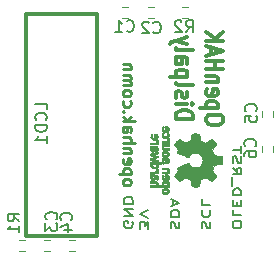
<source format=gbr>
G04 #@! TF.GenerationSoftware,KiCad,Pcbnew,(5.0.1-3-g963ef8bb5)*
G04 #@! TF.CreationDate,2019-06-17T12:23:27-10:00*
G04 #@! TF.ProjectId,OpenHAK_Display,4F70656E48414B5F446973706C61792E,rev?*
G04 #@! TF.SameCoordinates,Original*
G04 #@! TF.FileFunction,Legend,Bot*
G04 #@! TF.FilePolarity,Positive*
%FSLAX46Y46*%
G04 Gerber Fmt 4.6, Leading zero omitted, Abs format (unit mm)*
G04 Created by KiCad (PCBNEW (5.0.1-3-g963ef8bb5)) date Monday, June 17, 2019 at 12:23:27 PM*
%MOMM*%
%LPD*%
G01*
G04 APERTURE LIST*
%ADD10C,0.250000*%
%ADD11C,0.187500*%
%ADD12C,0.300000*%
%ADD13C,0.120000*%
%ADD14C,0.010000*%
%ADD15C,0.150000*%
G04 APERTURE END LIST*
D10*
X127432619Y-106683380D02*
X127480238Y-106778619D01*
X127527857Y-106826238D01*
X127623095Y-106873857D01*
X127908809Y-106873857D01*
X128004047Y-106826238D01*
X128051666Y-106778619D01*
X128099285Y-106683380D01*
X128099285Y-106540523D01*
X128051666Y-106445285D01*
X128004047Y-106397666D01*
X127908809Y-106350047D01*
X127623095Y-106350047D01*
X127527857Y-106397666D01*
X127480238Y-106445285D01*
X127432619Y-106540523D01*
X127432619Y-106683380D01*
X128099285Y-105921476D02*
X127099285Y-105921476D01*
X128051666Y-105921476D02*
X128099285Y-105826238D01*
X128099285Y-105635761D01*
X128051666Y-105540523D01*
X128004047Y-105492904D01*
X127908809Y-105445285D01*
X127623095Y-105445285D01*
X127527857Y-105492904D01*
X127480238Y-105540523D01*
X127432619Y-105635761D01*
X127432619Y-105826238D01*
X127480238Y-105921476D01*
X127480238Y-104635761D02*
X127432619Y-104731000D01*
X127432619Y-104921476D01*
X127480238Y-105016714D01*
X127575476Y-105064333D01*
X127956428Y-105064333D01*
X128051666Y-105016714D01*
X128099285Y-104921476D01*
X128099285Y-104731000D01*
X128051666Y-104635761D01*
X127956428Y-104588142D01*
X127861190Y-104588142D01*
X127765952Y-105064333D01*
X128099285Y-104159571D02*
X127432619Y-104159571D01*
X128004047Y-104159571D02*
X128051666Y-104111952D01*
X128099285Y-104016714D01*
X128099285Y-103873857D01*
X128051666Y-103778619D01*
X127956428Y-103731000D01*
X127432619Y-103731000D01*
X127432619Y-103254809D02*
X128432619Y-103254809D01*
X127432619Y-102826238D02*
X127956428Y-102826238D01*
X128051666Y-102873857D01*
X128099285Y-102969095D01*
X128099285Y-103111952D01*
X128051666Y-103207190D01*
X128004047Y-103254809D01*
X127432619Y-101921476D02*
X127956428Y-101921476D01*
X128051666Y-101969095D01*
X128099285Y-102064333D01*
X128099285Y-102254809D01*
X128051666Y-102350047D01*
X127480238Y-101921476D02*
X127432619Y-102016714D01*
X127432619Y-102254809D01*
X127480238Y-102350047D01*
X127575476Y-102397666D01*
X127670714Y-102397666D01*
X127765952Y-102350047D01*
X127813571Y-102254809D01*
X127813571Y-102016714D01*
X127861190Y-101921476D01*
X127432619Y-101445285D02*
X128432619Y-101445285D01*
X127813571Y-101350047D02*
X127432619Y-101064333D01*
X128099285Y-101064333D02*
X127718333Y-101445285D01*
X127527857Y-100635761D02*
X127480238Y-100588142D01*
X127432619Y-100635761D01*
X127480238Y-100683380D01*
X127527857Y-100635761D01*
X127432619Y-100635761D01*
X127480238Y-99731000D02*
X127432619Y-99826238D01*
X127432619Y-100016714D01*
X127480238Y-100111952D01*
X127527857Y-100159571D01*
X127623095Y-100207190D01*
X127908809Y-100207190D01*
X128004047Y-100159571D01*
X128051666Y-100111952D01*
X128099285Y-100016714D01*
X128099285Y-99826238D01*
X128051666Y-99731000D01*
X127432619Y-99159571D02*
X127480238Y-99254809D01*
X127527857Y-99302428D01*
X127623095Y-99350047D01*
X127908809Y-99350047D01*
X128004047Y-99302428D01*
X128051666Y-99254809D01*
X128099285Y-99159571D01*
X128099285Y-99016714D01*
X128051666Y-98921476D01*
X128004047Y-98873857D01*
X127908809Y-98826238D01*
X127623095Y-98826238D01*
X127527857Y-98873857D01*
X127480238Y-98921476D01*
X127432619Y-99016714D01*
X127432619Y-99159571D01*
X127432619Y-98397666D02*
X128099285Y-98397666D01*
X128004047Y-98397666D02*
X128051666Y-98350047D01*
X128099285Y-98254809D01*
X128099285Y-98111952D01*
X128051666Y-98016714D01*
X127956428Y-97969095D01*
X127432619Y-97969095D01*
X127956428Y-97969095D02*
X128051666Y-97921476D01*
X128099285Y-97826238D01*
X128099285Y-97683380D01*
X128051666Y-97588142D01*
X127956428Y-97540523D01*
X127432619Y-97540523D01*
X128099285Y-97064333D02*
X127432619Y-97064333D01*
X128004047Y-97064333D02*
X128051666Y-97016714D01*
X128099285Y-96921476D01*
X128099285Y-96778619D01*
X128051666Y-96683380D01*
X127956428Y-96635761D01*
X127432619Y-96635761D01*
D11*
X137471964Y-110285553D02*
X137471964Y-110095077D01*
X137436250Y-109999839D01*
X137364821Y-109904601D01*
X137221964Y-109856982D01*
X136971964Y-109856982D01*
X136829107Y-109904601D01*
X136757678Y-109999839D01*
X136721964Y-110095077D01*
X136721964Y-110285553D01*
X136757678Y-110380791D01*
X136829107Y-110476029D01*
X136971964Y-110523648D01*
X137221964Y-110523648D01*
X137364821Y-110476029D01*
X137436250Y-110380791D01*
X137471964Y-110285553D01*
X136721964Y-108952220D02*
X136721964Y-109428410D01*
X137471964Y-109428410D01*
X137114821Y-108618886D02*
X137114821Y-108285553D01*
X136721964Y-108142696D02*
X136721964Y-108618886D01*
X137471964Y-108618886D01*
X137471964Y-108142696D01*
X136721964Y-107714125D02*
X137471964Y-107714125D01*
X137471964Y-107476029D01*
X137436250Y-107333172D01*
X137364821Y-107237934D01*
X137293392Y-107190315D01*
X137150535Y-107142696D01*
X137043392Y-107142696D01*
X136900535Y-107190315D01*
X136829107Y-107237934D01*
X136757678Y-107333172D01*
X136721964Y-107476029D01*
X136721964Y-107714125D01*
X136650535Y-106952220D02*
X136650535Y-106190315D01*
X136721964Y-105380791D02*
X137079107Y-105714125D01*
X136721964Y-105952220D02*
X137471964Y-105952220D01*
X137471964Y-105571267D01*
X137436250Y-105476029D01*
X137400535Y-105428410D01*
X137329107Y-105380791D01*
X137221964Y-105380791D01*
X137150535Y-105428410D01*
X137114821Y-105476029D01*
X137079107Y-105571267D01*
X137079107Y-105952220D01*
X136757678Y-104999839D02*
X136721964Y-104856982D01*
X136721964Y-104618886D01*
X136757678Y-104523648D01*
X136793392Y-104476029D01*
X136864821Y-104428410D01*
X136936250Y-104428410D01*
X137007678Y-104476029D01*
X137043392Y-104523648D01*
X137079107Y-104618886D01*
X137114821Y-104809363D01*
X137150535Y-104904601D01*
X137186250Y-104952220D01*
X137257678Y-104999839D01*
X137329107Y-104999839D01*
X137400535Y-104952220D01*
X137436250Y-104904601D01*
X137471964Y-104809363D01*
X137471964Y-104571267D01*
X137436250Y-104428410D01*
X137471964Y-104142696D02*
X137471964Y-103571267D01*
X136721964Y-103856982D02*
X137471964Y-103856982D01*
X134132678Y-110523648D02*
X134096964Y-110380791D01*
X134096964Y-110142696D01*
X134132678Y-110047458D01*
X134168392Y-109999839D01*
X134239821Y-109952220D01*
X134311250Y-109952220D01*
X134382678Y-109999839D01*
X134418392Y-110047458D01*
X134454107Y-110142696D01*
X134489821Y-110333172D01*
X134525535Y-110428410D01*
X134561250Y-110476029D01*
X134632678Y-110523648D01*
X134704107Y-110523648D01*
X134775535Y-110476029D01*
X134811250Y-110428410D01*
X134846964Y-110333172D01*
X134846964Y-110095077D01*
X134811250Y-109952220D01*
X134168392Y-108952220D02*
X134132678Y-108999839D01*
X134096964Y-109142696D01*
X134096964Y-109237934D01*
X134132678Y-109380791D01*
X134204107Y-109476029D01*
X134275535Y-109523648D01*
X134418392Y-109571267D01*
X134525535Y-109571267D01*
X134668392Y-109523648D01*
X134739821Y-109476029D01*
X134811250Y-109380791D01*
X134846964Y-109237934D01*
X134846964Y-109142696D01*
X134811250Y-108999839D01*
X134775535Y-108952220D01*
X134096964Y-108047458D02*
X134096964Y-108523648D01*
X134846964Y-108523648D01*
X131507678Y-110523648D02*
X131471964Y-110380791D01*
X131471964Y-110142696D01*
X131507678Y-110047458D01*
X131543392Y-109999839D01*
X131614821Y-109952220D01*
X131686250Y-109952220D01*
X131757678Y-109999839D01*
X131793392Y-110047458D01*
X131829107Y-110142696D01*
X131864821Y-110333172D01*
X131900535Y-110428410D01*
X131936250Y-110476029D01*
X132007678Y-110523648D01*
X132079107Y-110523648D01*
X132150535Y-110476029D01*
X132186250Y-110428410D01*
X132221964Y-110333172D01*
X132221964Y-110095077D01*
X132186250Y-109952220D01*
X131471964Y-109523648D02*
X132221964Y-109523648D01*
X132221964Y-109285553D01*
X132186250Y-109142696D01*
X132114821Y-109047458D01*
X132043392Y-108999839D01*
X131900535Y-108952220D01*
X131793392Y-108952220D01*
X131650535Y-108999839D01*
X131579107Y-109047458D01*
X131507678Y-109142696D01*
X131471964Y-109285553D01*
X131471964Y-109523648D01*
X131686250Y-108571267D02*
X131686250Y-108095077D01*
X131471964Y-108666505D02*
X132221964Y-108333172D01*
X131471964Y-107999839D01*
X129596964Y-110571267D02*
X129596964Y-109952220D01*
X129311250Y-110285553D01*
X129311250Y-110142696D01*
X129275535Y-110047458D01*
X129239821Y-109999839D01*
X129168392Y-109952220D01*
X128989821Y-109952220D01*
X128918392Y-109999839D01*
X128882678Y-110047458D01*
X128846964Y-110142696D01*
X128846964Y-110428410D01*
X128882678Y-110523648D01*
X128918392Y-110571267D01*
X129596964Y-109666505D02*
X128846964Y-109333172D01*
X129596964Y-108999839D01*
X128248750Y-109952220D02*
X128284464Y-110047458D01*
X128284464Y-110190315D01*
X128248750Y-110333172D01*
X128177321Y-110428410D01*
X128105892Y-110476029D01*
X127963035Y-110523648D01*
X127855892Y-110523648D01*
X127713035Y-110476029D01*
X127641607Y-110428410D01*
X127570178Y-110333172D01*
X127534464Y-110190315D01*
X127534464Y-110095077D01*
X127570178Y-109952220D01*
X127605892Y-109904601D01*
X127855892Y-109904601D01*
X127855892Y-110095077D01*
X127534464Y-109476029D02*
X128284464Y-109476029D01*
X127534464Y-108904601D01*
X128284464Y-108904601D01*
X127534464Y-108428410D02*
X128284464Y-108428410D01*
X128284464Y-108190315D01*
X128248750Y-108047458D01*
X128177321Y-107952220D01*
X128105892Y-107904601D01*
X127963035Y-107856982D01*
X127855892Y-107856982D01*
X127713035Y-107904601D01*
X127641607Y-107952220D01*
X127570178Y-108047458D01*
X127534464Y-108190315D01*
X127534464Y-108428410D01*
D12*
X135951428Y-101437190D02*
X135951428Y-101199095D01*
X135880000Y-101080047D01*
X135737142Y-100961000D01*
X135451428Y-100901476D01*
X134951428Y-100901476D01*
X134665714Y-100961000D01*
X134522857Y-101080047D01*
X134451428Y-101199095D01*
X134451428Y-101437190D01*
X134522857Y-101556238D01*
X134665714Y-101675285D01*
X134951428Y-101734809D01*
X135451428Y-101734809D01*
X135737142Y-101675285D01*
X135880000Y-101556238D01*
X135951428Y-101437190D01*
X135451428Y-100365761D02*
X133951428Y-100365761D01*
X135380000Y-100365761D02*
X135451428Y-100246714D01*
X135451428Y-100008619D01*
X135380000Y-99889571D01*
X135308571Y-99830047D01*
X135165714Y-99770523D01*
X134737142Y-99770523D01*
X134594285Y-99830047D01*
X134522857Y-99889571D01*
X134451428Y-100008619D01*
X134451428Y-100246714D01*
X134522857Y-100365761D01*
X134522857Y-98758619D02*
X134451428Y-98877666D01*
X134451428Y-99115761D01*
X134522857Y-99234809D01*
X134665714Y-99294333D01*
X135237142Y-99294333D01*
X135380000Y-99234809D01*
X135451428Y-99115761D01*
X135451428Y-98877666D01*
X135380000Y-98758619D01*
X135237142Y-98699095D01*
X135094285Y-98699095D01*
X134951428Y-99294333D01*
X135451428Y-98163380D02*
X134451428Y-98163380D01*
X135308571Y-98163380D02*
X135380000Y-98103857D01*
X135451428Y-97984809D01*
X135451428Y-97806238D01*
X135380000Y-97687190D01*
X135237142Y-97627666D01*
X134451428Y-97627666D01*
X134451428Y-97032428D02*
X135951428Y-97032428D01*
X135237142Y-97032428D02*
X135237142Y-96318142D01*
X134451428Y-96318142D02*
X135951428Y-96318142D01*
X134880000Y-95782428D02*
X134880000Y-95187190D01*
X134451428Y-95901476D02*
X135951428Y-95484809D01*
X134451428Y-95068142D01*
X134451428Y-94651476D02*
X135951428Y-94651476D01*
X134451428Y-93937190D02*
X135308571Y-94472904D01*
X135951428Y-93937190D02*
X135094285Y-94651476D01*
X131901428Y-101228857D02*
X133401428Y-101228857D01*
X133401428Y-100931238D01*
X133330000Y-100752666D01*
X133187142Y-100633619D01*
X133044285Y-100574095D01*
X132758571Y-100514571D01*
X132544285Y-100514571D01*
X132258571Y-100574095D01*
X132115714Y-100633619D01*
X131972857Y-100752666D01*
X131901428Y-100931238D01*
X131901428Y-101228857D01*
X131901428Y-99978857D02*
X132901428Y-99978857D01*
X133401428Y-99978857D02*
X133330000Y-100038380D01*
X133258571Y-99978857D01*
X133330000Y-99919333D01*
X133401428Y-99978857D01*
X133258571Y-99978857D01*
X131972857Y-99443142D02*
X131901428Y-99324095D01*
X131901428Y-99086000D01*
X131972857Y-98966952D01*
X132115714Y-98907428D01*
X132187142Y-98907428D01*
X132330000Y-98966952D01*
X132401428Y-99086000D01*
X132401428Y-99264571D01*
X132472857Y-99383619D01*
X132615714Y-99443142D01*
X132687142Y-99443142D01*
X132830000Y-99383619D01*
X132901428Y-99264571D01*
X132901428Y-99086000D01*
X132830000Y-98966952D01*
X131901428Y-98193142D02*
X131972857Y-98312190D01*
X132115714Y-98371714D01*
X133401428Y-98371714D01*
X132901428Y-97716952D02*
X131401428Y-97716952D01*
X132830000Y-97716952D02*
X132901428Y-97597904D01*
X132901428Y-97359809D01*
X132830000Y-97240761D01*
X132758571Y-97181238D01*
X132615714Y-97121714D01*
X132187142Y-97121714D01*
X132044285Y-97181238D01*
X131972857Y-97240761D01*
X131901428Y-97359809D01*
X131901428Y-97597904D01*
X131972857Y-97716952D01*
X131901428Y-96050285D02*
X132687142Y-96050285D01*
X132830000Y-96109809D01*
X132901428Y-96228857D01*
X132901428Y-96466952D01*
X132830000Y-96586000D01*
X131972857Y-96050285D02*
X131901428Y-96169333D01*
X131901428Y-96466952D01*
X131972857Y-96586000D01*
X132115714Y-96645523D01*
X132258571Y-96645523D01*
X132401428Y-96586000D01*
X132472857Y-96466952D01*
X132472857Y-96169333D01*
X132544285Y-96050285D01*
X131901428Y-95276476D02*
X131972857Y-95395523D01*
X132115714Y-95455047D01*
X133401428Y-95455047D01*
X132901428Y-94919333D02*
X131901428Y-94621714D01*
X132901428Y-94324095D02*
X131901428Y-94621714D01*
X131544285Y-94740761D01*
X131472857Y-94800285D01*
X131401428Y-94919333D01*
G04 #@! TO.C,LCD1*
X125212752Y-111181959D02*
X119212752Y-111181959D01*
X125212752Y-92331959D02*
X119212752Y-92331959D01*
X119212752Y-92481959D02*
X119212752Y-110981959D01*
X125212752Y-110981959D02*
X125212752Y-92481959D01*
D13*
G04 #@! TO.C,C1*
X127361338Y-91781000D02*
X127861338Y-91781000D01*
X127861338Y-92721000D02*
X127361338Y-92721000D01*
G04 #@! TO.C,C2*
X130091338Y-92721000D02*
X129591338Y-92721000D01*
X129591338Y-91781000D02*
X130091338Y-91781000D01*
G04 #@! TO.C,C3*
X120781338Y-111510542D02*
X121281338Y-111510542D01*
X121281338Y-112450542D02*
X120781338Y-112450542D01*
G04 #@! TO.C,C4*
X123401338Y-112440542D02*
X122901338Y-112440542D01*
X122901338Y-111500542D02*
X123401338Y-111500542D01*
G04 #@! TO.C,C5*
X139221338Y-101115542D02*
X139221338Y-100615542D01*
X140161338Y-100615542D02*
X140161338Y-101115542D01*
G04 #@! TO.C,C6*
X139216338Y-104045542D02*
X139216338Y-103545542D01*
X140156338Y-103545542D02*
X140156338Y-104045542D01*
G04 #@! TO.C,R1*
X119131338Y-112450542D02*
X118631338Y-112450542D01*
X118631338Y-111510542D02*
X119131338Y-111510542D01*
G04 #@! TO.C,R2*
X132945000Y-92711000D02*
X132445000Y-92711000D01*
X132445000Y-91771000D02*
X132945000Y-91771000D01*
D14*
G04 #@! TO.C,REF\002A\002A\002A*
G36*
X131315816Y-106649759D02*
X131302718Y-106623247D01*
X131279894Y-106590553D01*
X131255004Y-106566725D01*
X131223751Y-106550406D01*
X131181834Y-106540240D01*
X131124956Y-106534872D01*
X131048816Y-106532944D01*
X131016083Y-106532831D01*
X130944344Y-106533161D01*
X130893073Y-106534527D01*
X130857596Y-106537500D01*
X130833237Y-106542649D01*
X130815320Y-106550543D01*
X130803098Y-106558757D01*
X130751095Y-106611187D01*
X130719816Y-106672930D01*
X130710408Y-106739536D01*
X130724020Y-106806558D01*
X130733646Y-106827792D01*
X130760141Y-106878624D01*
X130344948Y-106878624D01*
X130364132Y-106841525D01*
X130378975Y-106792643D01*
X130382778Y-106732561D01*
X130375757Y-106672564D01*
X130359987Y-106627256D01*
X130329953Y-106589675D01*
X130286976Y-106557564D01*
X130282564Y-106555150D01*
X130261779Y-106544967D01*
X130240830Y-106537530D01*
X130215452Y-106532411D01*
X130181382Y-106529181D01*
X130134359Y-106527413D01*
X130070118Y-106526677D01*
X129997824Y-106526544D01*
X129767178Y-106526544D01*
X129767178Y-106664861D01*
X130192467Y-106664861D01*
X130225021Y-106703549D01*
X130251060Y-106743738D01*
X130255795Y-106781797D01*
X130243611Y-106820066D01*
X130231680Y-106840462D01*
X130214687Y-106855642D01*
X130189005Y-106866438D01*
X130151009Y-106873683D01*
X130097074Y-106878208D01*
X130023575Y-106880844D01*
X129974653Y-106881772D01*
X129773465Y-106884911D01*
X129769664Y-106950926D01*
X129765864Y-107016940D01*
X131014350Y-107016940D01*
X131014350Y-106878624D01*
X130944746Y-106875097D01*
X130896431Y-106863215D01*
X130866369Y-106841020D01*
X130851529Y-106806559D01*
X130848564Y-106771742D01*
X130851972Y-106732329D01*
X130865383Y-106706171D01*
X130883104Y-106689814D01*
X130902165Y-106676937D01*
X130923399Y-106669272D01*
X130953151Y-106665861D01*
X130997764Y-106665749D01*
X131035120Y-106666897D01*
X131091396Y-106669532D01*
X131128342Y-106673456D01*
X131151777Y-106680063D01*
X131167520Y-106690749D01*
X131176620Y-106700833D01*
X131196463Y-106742970D01*
X131199668Y-106792840D01*
X131192832Y-106821476D01*
X131168536Y-106849828D01*
X131121272Y-106868609D01*
X131051376Y-106877712D01*
X131014350Y-106878624D01*
X131014350Y-107016940D01*
X131326386Y-107016940D01*
X131326386Y-106947782D01*
X131324744Y-106906260D01*
X131318913Y-106884838D01*
X131307539Y-106878626D01*
X131307202Y-106878624D01*
X131296062Y-106875742D01*
X131297327Y-106863030D01*
X131309567Y-106837757D01*
X131328293Y-106778869D01*
X131330261Y-106712615D01*
X131315816Y-106649759D01*
X131315816Y-106649759D01*
G37*
X131315816Y-106649759D02*
X131302718Y-106623247D01*
X131279894Y-106590553D01*
X131255004Y-106566725D01*
X131223751Y-106550406D01*
X131181834Y-106540240D01*
X131124956Y-106534872D01*
X131048816Y-106532944D01*
X131016083Y-106532831D01*
X130944344Y-106533161D01*
X130893073Y-106534527D01*
X130857596Y-106537500D01*
X130833237Y-106542649D01*
X130815320Y-106550543D01*
X130803098Y-106558757D01*
X130751095Y-106611187D01*
X130719816Y-106672930D01*
X130710408Y-106739536D01*
X130724020Y-106806558D01*
X130733646Y-106827792D01*
X130760141Y-106878624D01*
X130344948Y-106878624D01*
X130364132Y-106841525D01*
X130378975Y-106792643D01*
X130382778Y-106732561D01*
X130375757Y-106672564D01*
X130359987Y-106627256D01*
X130329953Y-106589675D01*
X130286976Y-106557564D01*
X130282564Y-106555150D01*
X130261779Y-106544967D01*
X130240830Y-106537530D01*
X130215452Y-106532411D01*
X130181382Y-106529181D01*
X130134359Y-106527413D01*
X130070118Y-106526677D01*
X129997824Y-106526544D01*
X129767178Y-106526544D01*
X129767178Y-106664861D01*
X130192467Y-106664861D01*
X130225021Y-106703549D01*
X130251060Y-106743738D01*
X130255795Y-106781797D01*
X130243611Y-106820066D01*
X130231680Y-106840462D01*
X130214687Y-106855642D01*
X130189005Y-106866438D01*
X130151009Y-106873683D01*
X130097074Y-106878208D01*
X130023575Y-106880844D01*
X129974653Y-106881772D01*
X129773465Y-106884911D01*
X129769664Y-106950926D01*
X129765864Y-107016940D01*
X131014350Y-107016940D01*
X131014350Y-106878624D01*
X130944746Y-106875097D01*
X130896431Y-106863215D01*
X130866369Y-106841020D01*
X130851529Y-106806559D01*
X130848564Y-106771742D01*
X130851972Y-106732329D01*
X130865383Y-106706171D01*
X130883104Y-106689814D01*
X130902165Y-106676937D01*
X130923399Y-106669272D01*
X130953151Y-106665861D01*
X130997764Y-106665749D01*
X131035120Y-106666897D01*
X131091396Y-106669532D01*
X131128342Y-106673456D01*
X131151777Y-106680063D01*
X131167520Y-106690749D01*
X131176620Y-106700833D01*
X131196463Y-106742970D01*
X131199668Y-106792840D01*
X131192832Y-106821476D01*
X131168536Y-106849828D01*
X131121272Y-106868609D01*
X131051376Y-106877712D01*
X131014350Y-106878624D01*
X131014350Y-107016940D01*
X131326386Y-107016940D01*
X131326386Y-106947782D01*
X131324744Y-106906260D01*
X131318913Y-106884838D01*
X131307539Y-106878626D01*
X131307202Y-106878624D01*
X131296062Y-106875742D01*
X131297327Y-106863030D01*
X131309567Y-106837757D01*
X131328293Y-106778869D01*
X131330261Y-106712615D01*
X131315816Y-106649759D01*
G36*
X130378445Y-106125210D02*
X130362661Y-106066055D01*
X130334052Y-106021023D01*
X130296581Y-105989246D01*
X130280589Y-105979366D01*
X130263837Y-105972073D01*
X130242408Y-105966974D01*
X130212384Y-105963679D01*
X130169846Y-105961797D01*
X130110878Y-105960937D01*
X130031560Y-105960707D01*
X130010516Y-105960703D01*
X129767178Y-105960703D01*
X129767178Y-106021059D01*
X129769874Y-106059557D01*
X129776705Y-106088023D01*
X129780917Y-106095155D01*
X129788187Y-106114652D01*
X129780917Y-106134566D01*
X129771840Y-106167353D01*
X129768187Y-106214978D01*
X129769772Y-106267764D01*
X129776411Y-106316036D01*
X129784928Y-106344218D01*
X129819937Y-106398753D01*
X129868521Y-106432835D01*
X129933118Y-106448157D01*
X129934777Y-106448299D01*
X129963434Y-106446955D01*
X129963434Y-106325356D01*
X129930839Y-106314726D01*
X129912495Y-106297410D01*
X129898621Y-106262652D01*
X129893083Y-106216773D01*
X129895809Y-106169988D01*
X129906726Y-106132514D01*
X129913731Y-106122015D01*
X129946096Y-106103668D01*
X129982889Y-106099020D01*
X130031237Y-106099020D01*
X130031237Y-106168582D01*
X130026150Y-106234667D01*
X130011737Y-106284764D01*
X129989271Y-106315929D01*
X129963434Y-106325356D01*
X129963434Y-106446955D01*
X130005353Y-106444987D01*
X130061155Y-106421710D01*
X130103353Y-106377948D01*
X130107192Y-106371899D01*
X130119691Y-106345907D01*
X130127260Y-106313735D01*
X130130939Y-106268760D01*
X130131784Y-106215331D01*
X130131831Y-106099020D01*
X130180589Y-106099020D01*
X130218419Y-106103953D01*
X130243764Y-106116543D01*
X130245113Y-106118017D01*
X130256200Y-106146034D01*
X130260497Y-106188326D01*
X130258385Y-106235064D01*
X130250244Y-106276418D01*
X130238035Y-106300957D01*
X130228254Y-106314253D01*
X130226387Y-106328294D01*
X130234400Y-106347671D01*
X130254261Y-106376976D01*
X130287937Y-106420803D01*
X130291091Y-106424825D01*
X130302764Y-106422764D01*
X130322178Y-106405568D01*
X130343752Y-106379433D01*
X130361904Y-106350552D01*
X130366191Y-106341478D01*
X130374744Y-106308380D01*
X130380845Y-106259880D01*
X130383292Y-106205695D01*
X130383297Y-106203161D01*
X130378445Y-106125210D01*
X130378445Y-106125210D01*
G37*
X130378445Y-106125210D02*
X130362661Y-106066055D01*
X130334052Y-106021023D01*
X130296581Y-105989246D01*
X130280589Y-105979366D01*
X130263837Y-105972073D01*
X130242408Y-105966974D01*
X130212384Y-105963679D01*
X130169846Y-105961797D01*
X130110878Y-105960937D01*
X130031560Y-105960707D01*
X130010516Y-105960703D01*
X129767178Y-105960703D01*
X129767178Y-106021059D01*
X129769874Y-106059557D01*
X129776705Y-106088023D01*
X129780917Y-106095155D01*
X129788187Y-106114652D01*
X129780917Y-106134566D01*
X129771840Y-106167353D01*
X129768187Y-106214978D01*
X129769772Y-106267764D01*
X129776411Y-106316036D01*
X129784928Y-106344218D01*
X129819937Y-106398753D01*
X129868521Y-106432835D01*
X129933118Y-106448157D01*
X129934777Y-106448299D01*
X129963434Y-106446955D01*
X129963434Y-106325356D01*
X129930839Y-106314726D01*
X129912495Y-106297410D01*
X129898621Y-106262652D01*
X129893083Y-106216773D01*
X129895809Y-106169988D01*
X129906726Y-106132514D01*
X129913731Y-106122015D01*
X129946096Y-106103668D01*
X129982889Y-106099020D01*
X130031237Y-106099020D01*
X130031237Y-106168582D01*
X130026150Y-106234667D01*
X130011737Y-106284764D01*
X129989271Y-106315929D01*
X129963434Y-106325356D01*
X129963434Y-106446955D01*
X130005353Y-106444987D01*
X130061155Y-106421710D01*
X130103353Y-106377948D01*
X130107192Y-106371899D01*
X130119691Y-106345907D01*
X130127260Y-106313735D01*
X130130939Y-106268760D01*
X130131784Y-106215331D01*
X130131831Y-106099020D01*
X130180589Y-106099020D01*
X130218419Y-106103953D01*
X130243764Y-106116543D01*
X130245113Y-106118017D01*
X130256200Y-106146034D01*
X130260497Y-106188326D01*
X130258385Y-106235064D01*
X130250244Y-106276418D01*
X130238035Y-106300957D01*
X130228254Y-106314253D01*
X130226387Y-106328294D01*
X130234400Y-106347671D01*
X130254261Y-106376976D01*
X130287937Y-106420803D01*
X130291091Y-106424825D01*
X130302764Y-106422764D01*
X130322178Y-106405568D01*
X130343752Y-106379433D01*
X130361904Y-106350552D01*
X130366191Y-106341478D01*
X130374744Y-106308380D01*
X130380845Y-106259880D01*
X130383292Y-106205695D01*
X130383297Y-106203161D01*
X130378445Y-106125210D01*
G36*
X130381980Y-105734356D02*
X130376340Y-105715539D01*
X130363947Y-105709473D01*
X130358353Y-105709218D01*
X130342770Y-105708129D01*
X130340324Y-105700632D01*
X130351007Y-105680381D01*
X130358306Y-105668351D01*
X130373937Y-105630400D01*
X130381666Y-105585072D01*
X130382260Y-105537544D01*
X130376487Y-105492995D01*
X130365116Y-105456602D01*
X130348912Y-105433543D01*
X130328645Y-105428996D01*
X130323157Y-105431291D01*
X130300374Y-105448020D01*
X130272353Y-105473963D01*
X130267823Y-105478655D01*
X130246995Y-105503383D01*
X130240265Y-105524718D01*
X130244962Y-105554555D01*
X130248083Y-105566508D01*
X130255579Y-105603705D01*
X130252208Y-105629859D01*
X130240319Y-105651946D01*
X130224365Y-105672178D01*
X130204300Y-105687079D01*
X130176298Y-105697434D01*
X130136533Y-105704029D01*
X130081177Y-105707649D01*
X130006406Y-105709078D01*
X129961260Y-105709218D01*
X129767178Y-105709218D01*
X129767178Y-105834960D01*
X130383317Y-105834960D01*
X130383317Y-105772089D01*
X130381980Y-105734356D01*
X130381980Y-105734356D01*
G37*
X130381980Y-105734356D02*
X130376340Y-105715539D01*
X130363947Y-105709473D01*
X130358353Y-105709218D01*
X130342770Y-105708129D01*
X130340324Y-105700632D01*
X130351007Y-105680381D01*
X130358306Y-105668351D01*
X130373937Y-105630400D01*
X130381666Y-105585072D01*
X130382260Y-105537544D01*
X130376487Y-105492995D01*
X130365116Y-105456602D01*
X130348912Y-105433543D01*
X130328645Y-105428996D01*
X130323157Y-105431291D01*
X130300374Y-105448020D01*
X130272353Y-105473963D01*
X130267823Y-105478655D01*
X130246995Y-105503383D01*
X130240265Y-105524718D01*
X130244962Y-105554555D01*
X130248083Y-105566508D01*
X130255579Y-105603705D01*
X130252208Y-105629859D01*
X130240319Y-105651946D01*
X130224365Y-105672178D01*
X130204300Y-105687079D01*
X130176298Y-105697434D01*
X130136533Y-105704029D01*
X130081177Y-105707649D01*
X130006406Y-105709078D01*
X129961260Y-105709218D01*
X129767178Y-105709218D01*
X129767178Y-105834960D01*
X130383317Y-105834960D01*
X130383317Y-105772089D01*
X130381980Y-105734356D01*
G36*
X129767178Y-104942188D02*
X129767178Y-105011346D01*
X129768355Y-105051488D01*
X129773228Y-105072394D01*
X129783814Y-105079922D01*
X129790971Y-105080505D01*
X129805324Y-105081774D01*
X129808077Y-105089779D01*
X129799229Y-105110815D01*
X129790971Y-105127173D01*
X129771403Y-105189977D01*
X129770271Y-105258248D01*
X129784865Y-105313752D01*
X129820123Y-105365438D01*
X129872165Y-105404838D01*
X129933550Y-105426413D01*
X129936982Y-105426962D01*
X129974429Y-105430167D01*
X130028187Y-105431761D01*
X130068845Y-105431633D01*
X130068845Y-105294279D01*
X130014806Y-105291097D01*
X129970265Y-105283859D01*
X129945112Y-105274060D01*
X129910740Y-105236989D01*
X129898418Y-105192974D01*
X129908382Y-105147584D01*
X129938105Y-105108797D01*
X129958095Y-105094108D01*
X129981950Y-105085519D01*
X130016770Y-105081496D01*
X130069070Y-105080505D01*
X130120861Y-105082278D01*
X130166366Y-105086963D01*
X130196819Y-105093603D01*
X130199548Y-105094710D01*
X130232000Y-105121491D01*
X130249817Y-105160579D01*
X130252694Y-105204315D01*
X130240326Y-105245038D01*
X130212407Y-105275087D01*
X130206852Y-105278204D01*
X130172978Y-105287961D01*
X130124272Y-105293277D01*
X130068845Y-105294279D01*
X130068845Y-105431633D01*
X130089460Y-105431568D01*
X130122437Y-105430664D01*
X130204019Y-105424514D01*
X130265270Y-105411733D01*
X130310551Y-105390471D01*
X130344221Y-105358878D01*
X130363986Y-105328207D01*
X130377880Y-105285354D01*
X130382646Y-105232056D01*
X130378764Y-105177480D01*
X130366718Y-105130792D01*
X130352307Y-105106124D01*
X130329122Y-105080505D01*
X130622227Y-105080505D01*
X130622227Y-104942188D01*
X129767178Y-104942188D01*
X129767178Y-104942188D01*
G37*
X129767178Y-104942188D02*
X129767178Y-105011346D01*
X129768355Y-105051488D01*
X129773228Y-105072394D01*
X129783814Y-105079922D01*
X129790971Y-105080505D01*
X129805324Y-105081774D01*
X129808077Y-105089779D01*
X129799229Y-105110815D01*
X129790971Y-105127173D01*
X129771403Y-105189977D01*
X129770271Y-105258248D01*
X129784865Y-105313752D01*
X129820123Y-105365438D01*
X129872165Y-105404838D01*
X129933550Y-105426413D01*
X129936982Y-105426962D01*
X129974429Y-105430167D01*
X130028187Y-105431761D01*
X130068845Y-105431633D01*
X130068845Y-105294279D01*
X130014806Y-105291097D01*
X129970265Y-105283859D01*
X129945112Y-105274060D01*
X129910740Y-105236989D01*
X129898418Y-105192974D01*
X129908382Y-105147584D01*
X129938105Y-105108797D01*
X129958095Y-105094108D01*
X129981950Y-105085519D01*
X130016770Y-105081496D01*
X130069070Y-105080505D01*
X130120861Y-105082278D01*
X130166366Y-105086963D01*
X130196819Y-105093603D01*
X130199548Y-105094710D01*
X130232000Y-105121491D01*
X130249817Y-105160579D01*
X130252694Y-105204315D01*
X130240326Y-105245038D01*
X130212407Y-105275087D01*
X130206852Y-105278204D01*
X130172978Y-105287961D01*
X130124272Y-105293277D01*
X130068845Y-105294279D01*
X130068845Y-105431633D01*
X130089460Y-105431568D01*
X130122437Y-105430664D01*
X130204019Y-105424514D01*
X130265270Y-105411733D01*
X130310551Y-105390471D01*
X130344221Y-105358878D01*
X130363986Y-105328207D01*
X130377880Y-105285354D01*
X130382646Y-105232056D01*
X130378764Y-105177480D01*
X130366718Y-105130792D01*
X130352307Y-105106124D01*
X130329122Y-105080505D01*
X130622227Y-105080505D01*
X130622227Y-104942188D01*
X129767178Y-104942188D01*
G36*
X130380763Y-104459476D02*
X130377029Y-104409745D01*
X129987227Y-104279709D01*
X130056386Y-104259322D01*
X130099126Y-104247054D01*
X130156885Y-104230915D01*
X130220375Y-104213488D01*
X130254430Y-104204274D01*
X130383317Y-104169612D01*
X130383317Y-104026609D01*
X130248143Y-104069354D01*
X130181658Y-104090404D01*
X130101461Y-104115833D01*
X130017807Y-104142390D01*
X129943218Y-104166098D01*
X129773465Y-104220098D01*
X129769672Y-104278402D01*
X129765878Y-104336705D01*
X129870266Y-104368321D01*
X129935111Y-104387818D01*
X130006600Y-104409096D01*
X130069737Y-104427692D01*
X130072250Y-104428426D01*
X130115031Y-104442316D01*
X130144221Y-104454571D01*
X130155259Y-104463154D01*
X130153982Y-104464918D01*
X130136870Y-104471109D01*
X130100213Y-104482872D01*
X130048622Y-104498775D01*
X129986706Y-104517386D01*
X129952648Y-104527457D01*
X129767178Y-104581993D01*
X129767178Y-104697736D01*
X130059529Y-104790263D01*
X130141538Y-104816256D01*
X130216013Y-104839934D01*
X130279456Y-104860180D01*
X130328368Y-104875874D01*
X130359251Y-104885898D01*
X130368274Y-104888945D01*
X130377513Y-104886533D01*
X130381559Y-104867592D01*
X130381154Y-104828177D01*
X130380848Y-104822007D01*
X130377029Y-104748914D01*
X130200990Y-104701043D01*
X130136789Y-104683447D01*
X130080351Y-104667723D01*
X130036578Y-104655254D01*
X130010370Y-104647426D01*
X130006097Y-104645980D01*
X130011010Y-104639986D01*
X130036468Y-104627899D01*
X130079003Y-104611107D01*
X130135150Y-104590997D01*
X130185870Y-104573997D01*
X130384496Y-104509206D01*
X130380763Y-104459476D01*
X130380763Y-104459476D01*
G37*
X130380763Y-104459476D02*
X130377029Y-104409745D01*
X129987227Y-104279709D01*
X130056386Y-104259322D01*
X130099126Y-104247054D01*
X130156885Y-104230915D01*
X130220375Y-104213488D01*
X130254430Y-104204274D01*
X130383317Y-104169612D01*
X130383317Y-104026609D01*
X130248143Y-104069354D01*
X130181658Y-104090404D01*
X130101461Y-104115833D01*
X130017807Y-104142390D01*
X129943218Y-104166098D01*
X129773465Y-104220098D01*
X129769672Y-104278402D01*
X129765878Y-104336705D01*
X129870266Y-104368321D01*
X129935111Y-104387818D01*
X130006600Y-104409096D01*
X130069737Y-104427692D01*
X130072250Y-104428426D01*
X130115031Y-104442316D01*
X130144221Y-104454571D01*
X130155259Y-104463154D01*
X130153982Y-104464918D01*
X130136870Y-104471109D01*
X130100213Y-104482872D01*
X130048622Y-104498775D01*
X129986706Y-104517386D01*
X129952648Y-104527457D01*
X129767178Y-104581993D01*
X129767178Y-104697736D01*
X130059529Y-104790263D01*
X130141538Y-104816256D01*
X130216013Y-104839934D01*
X130279456Y-104860180D01*
X130328368Y-104875874D01*
X130359251Y-104885898D01*
X130368274Y-104888945D01*
X130377513Y-104886533D01*
X130381559Y-104867592D01*
X130381154Y-104828177D01*
X130380848Y-104822007D01*
X130377029Y-104748914D01*
X130200990Y-104701043D01*
X130136789Y-104683447D01*
X130080351Y-104667723D01*
X130036578Y-104655254D01*
X130010370Y-104647426D01*
X130006097Y-104645980D01*
X130011010Y-104639986D01*
X130036468Y-104627899D01*
X130079003Y-104611107D01*
X130135150Y-104590997D01*
X130185870Y-104573997D01*
X130384496Y-104509206D01*
X130380763Y-104459476D01*
G36*
X130379583Y-103702589D02*
X130366710Y-103649589D01*
X130359890Y-103634269D01*
X130342026Y-103604572D01*
X130321907Y-103581780D01*
X130296038Y-103564917D01*
X130260927Y-103553002D01*
X130213080Y-103545058D01*
X130149004Y-103540106D01*
X130065206Y-103537169D01*
X130009232Y-103536053D01*
X129767178Y-103531948D01*
X129767178Y-103602068D01*
X129768962Y-103644607D01*
X129775058Y-103666524D01*
X129785294Y-103672188D01*
X129796363Y-103675179D01*
X129794246Y-103688549D01*
X129785371Y-103706767D01*
X129771767Y-103752376D01*
X129768101Y-103810993D01*
X129774097Y-103872646D01*
X129789479Y-103927362D01*
X129791614Y-103932270D01*
X129826745Y-103982277D01*
X129875581Y-104015244D01*
X129932667Y-104030413D01*
X129953176Y-104029254D01*
X129953176Y-103905492D01*
X129925575Y-103894587D01*
X129905796Y-103862255D01*
X129895181Y-103810090D01*
X129893772Y-103782213D01*
X129897380Y-103735753D01*
X129911403Y-103704871D01*
X129918069Y-103697336D01*
X129954334Y-103676924D01*
X129987227Y-103672188D01*
X130031237Y-103672188D01*
X130031237Y-103733487D01*
X130027605Y-103804744D01*
X130016182Y-103854724D01*
X129996176Y-103886304D01*
X129987257Y-103893374D01*
X129953176Y-103905492D01*
X129953176Y-104029254D01*
X129992544Y-104027029D01*
X130049756Y-104004337D01*
X130088420Y-103973376D01*
X130105136Y-103954624D01*
X130116122Y-103936267D01*
X130122820Y-103912381D01*
X130126674Y-103877043D01*
X130129127Y-103824331D01*
X130129832Y-103803423D01*
X130134121Y-103672188D01*
X130173842Y-103672380D01*
X130215595Y-103677463D01*
X130240842Y-103695838D01*
X130256970Y-103732961D01*
X130257258Y-103733957D01*
X130263600Y-103786590D01*
X130255316Y-103838094D01*
X130235173Y-103876370D01*
X130225227Y-103891728D01*
X130226603Y-103908270D01*
X130241013Y-103933725D01*
X130251183Y-103948672D01*
X130272912Y-103977909D01*
X130289200Y-103996020D01*
X130293863Y-103998926D01*
X130317995Y-103986960D01*
X130346815Y-103951604D01*
X130356539Y-103936247D01*
X130373286Y-103892099D01*
X130382773Y-103832602D01*
X130384905Y-103766513D01*
X130379583Y-103702589D01*
X130379583Y-103702589D01*
G37*
X130379583Y-103702589D02*
X130366710Y-103649589D01*
X130359890Y-103634269D01*
X130342026Y-103604572D01*
X130321907Y-103581780D01*
X130296038Y-103564917D01*
X130260927Y-103553002D01*
X130213080Y-103545058D01*
X130149004Y-103540106D01*
X130065206Y-103537169D01*
X130009232Y-103536053D01*
X129767178Y-103531948D01*
X129767178Y-103602068D01*
X129768962Y-103644607D01*
X129775058Y-103666524D01*
X129785294Y-103672188D01*
X129796363Y-103675179D01*
X129794246Y-103688549D01*
X129785371Y-103706767D01*
X129771767Y-103752376D01*
X129768101Y-103810993D01*
X129774097Y-103872646D01*
X129789479Y-103927362D01*
X129791614Y-103932270D01*
X129826745Y-103982277D01*
X129875581Y-104015244D01*
X129932667Y-104030413D01*
X129953176Y-104029254D01*
X129953176Y-103905492D01*
X129925575Y-103894587D01*
X129905796Y-103862255D01*
X129895181Y-103810090D01*
X129893772Y-103782213D01*
X129897380Y-103735753D01*
X129911403Y-103704871D01*
X129918069Y-103697336D01*
X129954334Y-103676924D01*
X129987227Y-103672188D01*
X130031237Y-103672188D01*
X130031237Y-103733487D01*
X130027605Y-103804744D01*
X130016182Y-103854724D01*
X129996176Y-103886304D01*
X129987257Y-103893374D01*
X129953176Y-103905492D01*
X129953176Y-104029254D01*
X129992544Y-104027029D01*
X130049756Y-104004337D01*
X130088420Y-103973376D01*
X130105136Y-103954624D01*
X130116122Y-103936267D01*
X130122820Y-103912381D01*
X130126674Y-103877043D01*
X130129127Y-103824331D01*
X130129832Y-103803423D01*
X130134121Y-103672188D01*
X130173842Y-103672380D01*
X130215595Y-103677463D01*
X130240842Y-103695838D01*
X130256970Y-103732961D01*
X130257258Y-103733957D01*
X130263600Y-103786590D01*
X130255316Y-103838094D01*
X130235173Y-103876370D01*
X130225227Y-103891728D01*
X130226603Y-103908270D01*
X130241013Y-103933725D01*
X130251183Y-103948672D01*
X130272912Y-103977909D01*
X130289200Y-103996020D01*
X130293863Y-103998926D01*
X130317995Y-103986960D01*
X130346815Y-103951604D01*
X130356539Y-103936247D01*
X130373286Y-103892099D01*
X130382773Y-103832602D01*
X130384905Y-103766513D01*
X130379583Y-103702589D01*
G36*
X130383514Y-103105745D02*
X130373985Y-103057405D01*
X130359875Y-103029886D01*
X130336432Y-103000936D01*
X130284429Y-103042124D01*
X130252936Y-103067518D01*
X130237572Y-103084762D01*
X130235224Y-103101898D01*
X130242783Y-103126973D01*
X130247059Y-103138743D01*
X130253369Y-103186730D01*
X130239844Y-103230676D01*
X130209290Y-103262940D01*
X130199548Y-103268181D01*
X130173742Y-103273888D01*
X130126183Y-103278294D01*
X130060242Y-103281189D01*
X129979290Y-103282369D01*
X129967774Y-103282386D01*
X129767178Y-103282386D01*
X129767178Y-103420703D01*
X130383317Y-103420703D01*
X130383317Y-103351544D01*
X130382275Y-103311667D01*
X130377642Y-103290893D01*
X130367151Y-103283211D01*
X130357255Y-103282386D01*
X130331194Y-103282386D01*
X130357255Y-103249255D01*
X130375035Y-103211265D01*
X130383826Y-103160230D01*
X130383514Y-103105745D01*
X130383514Y-103105745D01*
G37*
X130383514Y-103105745D02*
X130373985Y-103057405D01*
X130359875Y-103029886D01*
X130336432Y-103000936D01*
X130284429Y-103042124D01*
X130252936Y-103067518D01*
X130237572Y-103084762D01*
X130235224Y-103101898D01*
X130242783Y-103126973D01*
X130247059Y-103138743D01*
X130253369Y-103186730D01*
X130239844Y-103230676D01*
X130209290Y-103262940D01*
X130199548Y-103268181D01*
X130173742Y-103273888D01*
X130126183Y-103278294D01*
X130060242Y-103281189D01*
X129979290Y-103282369D01*
X129967774Y-103282386D01*
X129767178Y-103282386D01*
X129767178Y-103420703D01*
X130383317Y-103420703D01*
X130383317Y-103351544D01*
X130382275Y-103311667D01*
X130377642Y-103290893D01*
X130367151Y-103283211D01*
X130357255Y-103282386D01*
X130331194Y-103282386D01*
X130357255Y-103249255D01*
X130375035Y-103211265D01*
X130383826Y-103160230D01*
X130383514Y-103105745D01*
G36*
X130380030Y-102708419D02*
X130364403Y-102648315D01*
X130332152Y-102597979D01*
X130308060Y-102573607D01*
X130251105Y-102533655D01*
X130185035Y-102510758D01*
X130103818Y-102502892D01*
X130097252Y-102502852D01*
X130031237Y-102502782D01*
X130031237Y-102882736D01*
X129996658Y-102874637D01*
X129965341Y-102860013D01*
X129932709Y-102834419D01*
X129927500Y-102829065D01*
X129899306Y-102783057D01*
X129894525Y-102730590D01*
X129913074Y-102670197D01*
X129918069Y-102659960D01*
X129933255Y-102628561D01*
X129941906Y-102607530D01*
X129942707Y-102603861D01*
X129934937Y-102591052D01*
X129915928Y-102566622D01*
X129905540Y-102554221D01*
X129881679Y-102528524D01*
X129865923Y-102520085D01*
X129851429Y-102525942D01*
X129847466Y-102529072D01*
X129830121Y-102550275D01*
X129809041Y-102585262D01*
X129796735Y-102609663D01*
X129775054Y-102678928D01*
X129768029Y-102755612D01*
X129776353Y-102828235D01*
X129782314Y-102848574D01*
X129816048Y-102911524D01*
X129867955Y-102958185D01*
X129938541Y-102988827D01*
X130028308Y-103003718D01*
X130075247Y-103005353D01*
X130143587Y-103000579D01*
X130143587Y-102880010D01*
X130138535Y-102868348D01*
X130134571Y-102837002D01*
X130132232Y-102791429D01*
X130131831Y-102760554D01*
X130132217Y-102705019D01*
X130134025Y-102669967D01*
X130138227Y-102650738D01*
X130145797Y-102642670D01*
X130156782Y-102641099D01*
X130190619Y-102651879D01*
X130224060Y-102679020D01*
X130249728Y-102714723D01*
X130260228Y-102750440D01*
X130250914Y-102798952D01*
X130223987Y-102840947D01*
X130185173Y-102870064D01*
X130143587Y-102880010D01*
X130143587Y-103000579D01*
X130174764Y-102998401D01*
X130254051Y-102976945D01*
X130313737Y-102940530D01*
X130354451Y-102888703D01*
X130376821Y-102821010D01*
X130381129Y-102784338D01*
X130380030Y-102708419D01*
X130380030Y-102708419D01*
G37*
X130380030Y-102708419D02*
X130364403Y-102648315D01*
X130332152Y-102597979D01*
X130308060Y-102573607D01*
X130251105Y-102533655D01*
X130185035Y-102510758D01*
X130103818Y-102502892D01*
X130097252Y-102502852D01*
X130031237Y-102502782D01*
X130031237Y-102882736D01*
X129996658Y-102874637D01*
X129965341Y-102860013D01*
X129932709Y-102834419D01*
X129927500Y-102829065D01*
X129899306Y-102783057D01*
X129894525Y-102730590D01*
X129913074Y-102670197D01*
X129918069Y-102659960D01*
X129933255Y-102628561D01*
X129941906Y-102607530D01*
X129942707Y-102603861D01*
X129934937Y-102591052D01*
X129915928Y-102566622D01*
X129905540Y-102554221D01*
X129881679Y-102528524D01*
X129865923Y-102520085D01*
X129851429Y-102525942D01*
X129847466Y-102529072D01*
X129830121Y-102550275D01*
X129809041Y-102585262D01*
X129796735Y-102609663D01*
X129775054Y-102678928D01*
X129768029Y-102755612D01*
X129776353Y-102828235D01*
X129782314Y-102848574D01*
X129816048Y-102911524D01*
X129867955Y-102958185D01*
X129938541Y-102988827D01*
X130028308Y-103003718D01*
X130075247Y-103005353D01*
X130143587Y-103000579D01*
X130143587Y-102880010D01*
X130138535Y-102868348D01*
X130134571Y-102837002D01*
X130132232Y-102791429D01*
X130131831Y-102760554D01*
X130132217Y-102705019D01*
X130134025Y-102669967D01*
X130138227Y-102650738D01*
X130145797Y-102642670D01*
X130156782Y-102641099D01*
X130190619Y-102651879D01*
X130224060Y-102679020D01*
X130249728Y-102714723D01*
X130260228Y-102750440D01*
X130250914Y-102798952D01*
X130223987Y-102840947D01*
X130185173Y-102870064D01*
X130143587Y-102880010D01*
X130143587Y-103000579D01*
X130174764Y-102998401D01*
X130254051Y-102976945D01*
X130313737Y-102940530D01*
X130354451Y-102888703D01*
X130376821Y-102821010D01*
X130381129Y-102784338D01*
X130380030Y-102708419D01*
G36*
X131319852Y-107279261D02*
X131290769Y-107213479D01*
X131242207Y-107163540D01*
X131174092Y-107129374D01*
X131086349Y-107110907D01*
X131072649Y-107109583D01*
X130976061Y-107108546D01*
X130891398Y-107121993D01*
X130822779Y-107149108D01*
X130800706Y-107163627D01*
X130753989Y-107214201D01*
X130723732Y-107278609D01*
X130711176Y-107350666D01*
X130717561Y-107424185D01*
X130737228Y-107480072D01*
X130770371Y-107528132D01*
X130813825Y-107567412D01*
X130814842Y-107568092D01*
X130841662Y-107584044D01*
X130868632Y-107594410D01*
X130902668Y-107600688D01*
X130950690Y-107604373D01*
X130990069Y-107605997D01*
X131025781Y-107606672D01*
X131025781Y-107480955D01*
X130990230Y-107479726D01*
X130942906Y-107475266D01*
X130912535Y-107467397D01*
X130890928Y-107453207D01*
X130878306Y-107439917D01*
X130851878Y-107392802D01*
X130848347Y-107343505D01*
X130867361Y-107297593D01*
X130888669Y-107274638D01*
X130910141Y-107258096D01*
X130930687Y-107248421D01*
X130957426Y-107244174D01*
X130997477Y-107243920D01*
X131034362Y-107245228D01*
X131087053Y-107248043D01*
X131121228Y-107252505D01*
X131143520Y-107260548D01*
X131160558Y-107274103D01*
X131170297Y-107284845D01*
X131195877Y-107329777D01*
X131197153Y-107378249D01*
X131182001Y-107418894D01*
X131150358Y-107453567D01*
X131098380Y-107474224D01*
X131025781Y-107480955D01*
X131025781Y-107606672D01*
X131068379Y-107607479D01*
X131126944Y-107604948D01*
X131170993Y-107597362D01*
X131205752Y-107583681D01*
X131236449Y-107562865D01*
X131245564Y-107555147D01*
X131290979Y-107506889D01*
X131317507Y-107455128D01*
X131328621Y-107391828D01*
X131329529Y-107360961D01*
X131319852Y-107279261D01*
X131319852Y-107279261D01*
G37*
X131319852Y-107279261D02*
X131290769Y-107213479D01*
X131242207Y-107163540D01*
X131174092Y-107129374D01*
X131086349Y-107110907D01*
X131072649Y-107109583D01*
X130976061Y-107108546D01*
X130891398Y-107121993D01*
X130822779Y-107149108D01*
X130800706Y-107163627D01*
X130753989Y-107214201D01*
X130723732Y-107278609D01*
X130711176Y-107350666D01*
X130717561Y-107424185D01*
X130737228Y-107480072D01*
X130770371Y-107528132D01*
X130813825Y-107567412D01*
X130814842Y-107568092D01*
X130841662Y-107584044D01*
X130868632Y-107594410D01*
X130902668Y-107600688D01*
X130950690Y-107604373D01*
X130990069Y-107605997D01*
X131025781Y-107606672D01*
X131025781Y-107480955D01*
X130990230Y-107479726D01*
X130942906Y-107475266D01*
X130912535Y-107467397D01*
X130890928Y-107453207D01*
X130878306Y-107439917D01*
X130851878Y-107392802D01*
X130848347Y-107343505D01*
X130867361Y-107297593D01*
X130888669Y-107274638D01*
X130910141Y-107258096D01*
X130930687Y-107248421D01*
X130957426Y-107244174D01*
X130997477Y-107243920D01*
X131034362Y-107245228D01*
X131087053Y-107248043D01*
X131121228Y-107252505D01*
X131143520Y-107260548D01*
X131160558Y-107274103D01*
X131170297Y-107284845D01*
X131195877Y-107329777D01*
X131197153Y-107378249D01*
X131182001Y-107418894D01*
X131150358Y-107453567D01*
X131098380Y-107474224D01*
X131025781Y-107480955D01*
X131025781Y-107606672D01*
X131068379Y-107607479D01*
X131126944Y-107604948D01*
X131170993Y-107597362D01*
X131205752Y-107583681D01*
X131236449Y-107562865D01*
X131245564Y-107555147D01*
X131290979Y-107506889D01*
X131317507Y-107455128D01*
X131328621Y-107391828D01*
X131329529Y-107360961D01*
X131319852Y-107279261D01*
G36*
X131312386Y-106097699D02*
X131306486Y-106085168D01*
X131274717Y-106041799D01*
X131228354Y-106000790D01*
X131177304Y-105970168D01*
X131153834Y-105961459D01*
X131111909Y-105953512D01*
X131061243Y-105948774D01*
X131040321Y-105948199D01*
X130974307Y-105948129D01*
X130974307Y-106328083D01*
X130939727Y-106319983D01*
X130898830Y-106300104D01*
X130863486Y-106265347D01*
X130840718Y-106223998D01*
X130835990Y-106197649D01*
X130841727Y-106161916D01*
X130856118Y-106119282D01*
X130862738Y-106104799D01*
X130889487Y-106051240D01*
X130854624Y-106005533D01*
X130831045Y-105979158D01*
X130811583Y-105965124D01*
X130805871Y-105964414D01*
X130792027Y-105976951D01*
X130770988Y-106004428D01*
X130754575Y-106029366D01*
X130725070Y-106096664D01*
X130711716Y-106172110D01*
X130715188Y-106246888D01*
X130733337Y-106306495D01*
X130772216Y-106367941D01*
X130823405Y-106411608D01*
X130889633Y-106438926D01*
X130973629Y-106451322D01*
X131012064Y-106452421D01*
X131100139Y-106448022D01*
X131102701Y-106447482D01*
X131102701Y-106321582D01*
X131094442Y-106318115D01*
X131089887Y-106303863D01*
X131087935Y-106274470D01*
X131087483Y-106225575D01*
X131087475Y-106206748D01*
X131088157Y-106149467D01*
X131090636Y-106113141D01*
X131095557Y-106093604D01*
X131103566Y-106086690D01*
X131106138Y-106086445D01*
X131126577Y-106094336D01*
X131155211Y-106114085D01*
X131165237Y-106122575D01*
X131193592Y-106154094D01*
X131204741Y-106186949D01*
X131205673Y-106204651D01*
X131194019Y-106252539D01*
X131162715Y-106292699D01*
X131117248Y-106318173D01*
X131115767Y-106318625D01*
X131102701Y-106321582D01*
X131102701Y-106447482D01*
X131169490Y-106433392D01*
X131224975Y-106407038D01*
X131264361Y-106374807D01*
X131307069Y-106315217D01*
X131329891Y-106245168D01*
X131331954Y-106170661D01*
X131312386Y-106097699D01*
X131312386Y-106097699D01*
G37*
X131312386Y-106097699D02*
X131306486Y-106085168D01*
X131274717Y-106041799D01*
X131228354Y-106000790D01*
X131177304Y-105970168D01*
X131153834Y-105961459D01*
X131111909Y-105953512D01*
X131061243Y-105948774D01*
X131040321Y-105948199D01*
X130974307Y-105948129D01*
X130974307Y-106328083D01*
X130939727Y-106319983D01*
X130898830Y-106300104D01*
X130863486Y-106265347D01*
X130840718Y-106223998D01*
X130835990Y-106197649D01*
X130841727Y-106161916D01*
X130856118Y-106119282D01*
X130862738Y-106104799D01*
X130889487Y-106051240D01*
X130854624Y-106005533D01*
X130831045Y-105979158D01*
X130811583Y-105965124D01*
X130805871Y-105964414D01*
X130792027Y-105976951D01*
X130770988Y-106004428D01*
X130754575Y-106029366D01*
X130725070Y-106096664D01*
X130711716Y-106172110D01*
X130715188Y-106246888D01*
X130733337Y-106306495D01*
X130772216Y-106367941D01*
X130823405Y-106411608D01*
X130889633Y-106438926D01*
X130973629Y-106451322D01*
X131012064Y-106452421D01*
X131100139Y-106448022D01*
X131102701Y-106447482D01*
X131102701Y-106321582D01*
X131094442Y-106318115D01*
X131089887Y-106303863D01*
X131087935Y-106274470D01*
X131087483Y-106225575D01*
X131087475Y-106206748D01*
X131088157Y-106149467D01*
X131090636Y-106113141D01*
X131095557Y-106093604D01*
X131103566Y-106086690D01*
X131106138Y-106086445D01*
X131126577Y-106094336D01*
X131155211Y-106114085D01*
X131165237Y-106122575D01*
X131193592Y-106154094D01*
X131204741Y-106186949D01*
X131205673Y-106204651D01*
X131194019Y-106252539D01*
X131162715Y-106292699D01*
X131117248Y-106318173D01*
X131115767Y-106318625D01*
X131102701Y-106321582D01*
X131102701Y-106447482D01*
X131169490Y-106433392D01*
X131224975Y-106407038D01*
X131264361Y-106374807D01*
X131307069Y-106315217D01*
X131329891Y-106245168D01*
X131331954Y-106170661D01*
X131312386Y-106097699D01*
G36*
X131328548Y-104726983D02*
X131319518Y-104679366D01*
X131300630Y-104629966D01*
X131298223Y-104624688D01*
X131278524Y-104587226D01*
X131260219Y-104561283D01*
X131248492Y-104552897D01*
X131229368Y-104560883D01*
X131201150Y-104580280D01*
X131190616Y-104588890D01*
X131149153Y-104624372D01*
X131176142Y-104670115D01*
X131194122Y-104713650D01*
X131203733Y-104763950D01*
X131204340Y-104812188D01*
X131195309Y-104849533D01*
X131189673Y-104858495D01*
X131163829Y-104875563D01*
X131134059Y-104877637D01*
X131110803Y-104864866D01*
X131106292Y-104857312D01*
X131100691Y-104834675D01*
X131094108Y-104794885D01*
X131087817Y-104745834D01*
X131086830Y-104736785D01*
X131073202Y-104658004D01*
X131050054Y-104600864D01*
X131015248Y-104562970D01*
X130966646Y-104541921D01*
X130907282Y-104535365D01*
X130839802Y-104544423D01*
X130786812Y-104573836D01*
X130748217Y-104623722D01*
X130723919Y-104694200D01*
X130714333Y-104772435D01*
X130714448Y-104836234D01*
X130723155Y-104887984D01*
X130735175Y-104923327D01*
X130756120Y-104967983D01*
X130780426Y-105009253D01*
X130791124Y-105023921D01*
X130821916Y-105061643D01*
X130867951Y-105016148D01*
X130913987Y-104970653D01*
X130879757Y-104918928D01*
X130854048Y-104867048D01*
X130840601Y-104811649D01*
X130839182Y-104758395D01*
X130849557Y-104712951D01*
X130871493Y-104680984D01*
X130890002Y-104670662D01*
X130919686Y-104672211D01*
X130942385Y-104697860D01*
X130958060Y-104747540D01*
X130965305Y-104801969D01*
X130979127Y-104885736D01*
X131005204Y-104947967D01*
X131044301Y-104989493D01*
X131097180Y-105011147D01*
X131159874Y-105014147D01*
X131225358Y-104999329D01*
X131274856Y-104965546D01*
X131308592Y-104912495D01*
X131326793Y-104839874D01*
X131330361Y-104786072D01*
X131328548Y-104726983D01*
X131328548Y-104726983D01*
G37*
X131328548Y-104726983D02*
X131319518Y-104679366D01*
X131300630Y-104629966D01*
X131298223Y-104624688D01*
X131278524Y-104587226D01*
X131260219Y-104561283D01*
X131248492Y-104552897D01*
X131229368Y-104560883D01*
X131201150Y-104580280D01*
X131190616Y-104588890D01*
X131149153Y-104624372D01*
X131176142Y-104670115D01*
X131194122Y-104713650D01*
X131203733Y-104763950D01*
X131204340Y-104812188D01*
X131195309Y-104849533D01*
X131189673Y-104858495D01*
X131163829Y-104875563D01*
X131134059Y-104877637D01*
X131110803Y-104864866D01*
X131106292Y-104857312D01*
X131100691Y-104834675D01*
X131094108Y-104794885D01*
X131087817Y-104745834D01*
X131086830Y-104736785D01*
X131073202Y-104658004D01*
X131050054Y-104600864D01*
X131015248Y-104562970D01*
X130966646Y-104541921D01*
X130907282Y-104535365D01*
X130839802Y-104544423D01*
X130786812Y-104573836D01*
X130748217Y-104623722D01*
X130723919Y-104694200D01*
X130714333Y-104772435D01*
X130714448Y-104836234D01*
X130723155Y-104887984D01*
X130735175Y-104923327D01*
X130756120Y-104967983D01*
X130780426Y-105009253D01*
X130791124Y-105023921D01*
X130821916Y-105061643D01*
X130867951Y-105016148D01*
X130913987Y-104970653D01*
X130879757Y-104918928D01*
X130854048Y-104867048D01*
X130840601Y-104811649D01*
X130839182Y-104758395D01*
X130849557Y-104712951D01*
X130871493Y-104680984D01*
X130890002Y-104670662D01*
X130919686Y-104672211D01*
X130942385Y-104697860D01*
X130958060Y-104747540D01*
X130965305Y-104801969D01*
X130979127Y-104885736D01*
X131005204Y-104947967D01*
X131044301Y-104989493D01*
X131097180Y-105011147D01*
X131159874Y-105014147D01*
X131225358Y-104999329D01*
X131274856Y-104965546D01*
X131308592Y-104912495D01*
X131326793Y-104839874D01*
X131330361Y-104786072D01*
X131328548Y-104726983D01*
G36*
X131318945Y-104130238D02*
X131284308Y-104066637D01*
X131229628Y-104016877D01*
X131185158Y-103993432D01*
X131145879Y-103983366D01*
X131089884Y-103976844D01*
X131025379Y-103974049D01*
X130960571Y-103975164D01*
X130903666Y-103980374D01*
X130873273Y-103986459D01*
X130831694Y-104006986D01*
X130787532Y-104042537D01*
X130748913Y-104085381D01*
X130723966Y-104127789D01*
X130723570Y-104128823D01*
X130712669Y-104181447D01*
X130712399Y-104243812D01*
X130722324Y-104303076D01*
X130730278Y-104325960D01*
X130763700Y-104384898D01*
X130807489Y-104427110D01*
X130865462Y-104454844D01*
X130941435Y-104470349D01*
X130981229Y-104473857D01*
X131031234Y-104473410D01*
X131031234Y-104338624D01*
X130958268Y-104334083D01*
X130902666Y-104321014D01*
X130867139Y-104300244D01*
X130856980Y-104285448D01*
X130849896Y-104247536D01*
X130851993Y-104202473D01*
X130862188Y-104163513D01*
X130867796Y-104153296D01*
X130900462Y-104126341D01*
X130950455Y-104108549D01*
X131011295Y-104100976D01*
X131076503Y-104104675D01*
X131115747Y-104112943D01*
X131161195Y-104136680D01*
X131189604Y-104174151D01*
X131199427Y-104219280D01*
X131189113Y-104265989D01*
X131163888Y-104301868D01*
X131143075Y-104320723D01*
X131122561Y-104331728D01*
X131094797Y-104336974D01*
X131052238Y-104338551D01*
X131031234Y-104338624D01*
X131031234Y-104473410D01*
X131087420Y-104472906D01*
X131174499Y-104455612D01*
X131242470Y-104421971D01*
X131291336Y-104371982D01*
X131321101Y-104305644D01*
X131324552Y-104291399D01*
X131332655Y-104205790D01*
X131318945Y-104130238D01*
X131318945Y-104130238D01*
G37*
X131318945Y-104130238D02*
X131284308Y-104066637D01*
X131229628Y-104016877D01*
X131185158Y-103993432D01*
X131145879Y-103983366D01*
X131089884Y-103976844D01*
X131025379Y-103974049D01*
X130960571Y-103975164D01*
X130903666Y-103980374D01*
X130873273Y-103986459D01*
X130831694Y-104006986D01*
X130787532Y-104042537D01*
X130748913Y-104085381D01*
X130723966Y-104127789D01*
X130723570Y-104128823D01*
X130712669Y-104181447D01*
X130712399Y-104243812D01*
X130722324Y-104303076D01*
X130730278Y-104325960D01*
X130763700Y-104384898D01*
X130807489Y-104427110D01*
X130865462Y-104454844D01*
X130941435Y-104470349D01*
X130981229Y-104473857D01*
X131031234Y-104473410D01*
X131031234Y-104338624D01*
X130958268Y-104334083D01*
X130902666Y-104321014D01*
X130867139Y-104300244D01*
X130856980Y-104285448D01*
X130849896Y-104247536D01*
X130851993Y-104202473D01*
X130862188Y-104163513D01*
X130867796Y-104153296D01*
X130900462Y-104126341D01*
X130950455Y-104108549D01*
X131011295Y-104100976D01*
X131076503Y-104104675D01*
X131115747Y-104112943D01*
X131161195Y-104136680D01*
X131189604Y-104174151D01*
X131199427Y-104219280D01*
X131189113Y-104265989D01*
X131163888Y-104301868D01*
X131143075Y-104320723D01*
X131122561Y-104331728D01*
X131094797Y-104336974D01*
X131052238Y-104338551D01*
X131031234Y-104338624D01*
X131031234Y-104473410D01*
X131087420Y-104472906D01*
X131174499Y-104455612D01*
X131242470Y-104421971D01*
X131291336Y-104371982D01*
X131321101Y-104305644D01*
X131324552Y-104291399D01*
X131332655Y-104205790D01*
X131318945Y-104130238D01*
G36*
X131130658Y-103747633D02*
X131038437Y-103746445D01*
X130968390Y-103742103D01*
X130917619Y-103733442D01*
X130883228Y-103719296D01*
X130862321Y-103698500D01*
X130852000Y-103669890D01*
X130849364Y-103634465D01*
X130852318Y-103597364D01*
X130863111Y-103569182D01*
X130884640Y-103548757D01*
X130919801Y-103534921D01*
X130971490Y-103526509D01*
X131042606Y-103522357D01*
X131130658Y-103521297D01*
X131326386Y-103521297D01*
X131326386Y-103382980D01*
X130722821Y-103382980D01*
X130722821Y-103452138D01*
X130724511Y-103493830D01*
X130730444Y-103515299D01*
X130741707Y-103521297D01*
X130751739Y-103524909D01*
X130749617Y-103539286D01*
X130735420Y-103568264D01*
X130713520Y-103634681D01*
X130715072Y-103705125D01*
X130738853Y-103772623D01*
X130757638Y-103804767D01*
X130777978Y-103829285D01*
X130803427Y-103847196D01*
X130837542Y-103859521D01*
X130883879Y-103867277D01*
X130945993Y-103871484D01*
X131027439Y-103873160D01*
X131090422Y-103873376D01*
X131326386Y-103873376D01*
X131326386Y-103747633D01*
X131130658Y-103747633D01*
X131130658Y-103747633D01*
G37*
X131130658Y-103747633D02*
X131038437Y-103746445D01*
X130968390Y-103742103D01*
X130917619Y-103733442D01*
X130883228Y-103719296D01*
X130862321Y-103698500D01*
X130852000Y-103669890D01*
X130849364Y-103634465D01*
X130852318Y-103597364D01*
X130863111Y-103569182D01*
X130884640Y-103548757D01*
X130919801Y-103534921D01*
X130971490Y-103526509D01*
X131042606Y-103522357D01*
X131130658Y-103521297D01*
X131326386Y-103521297D01*
X131326386Y-103382980D01*
X130722821Y-103382980D01*
X130722821Y-103452138D01*
X130724511Y-103493830D01*
X130730444Y-103515299D01*
X130741707Y-103521297D01*
X130751739Y-103524909D01*
X130749617Y-103539286D01*
X130735420Y-103568264D01*
X130713520Y-103634681D01*
X130715072Y-103705125D01*
X130738853Y-103772623D01*
X130757638Y-103804767D01*
X130777978Y-103829285D01*
X130803427Y-103847196D01*
X130837542Y-103859521D01*
X130883879Y-103867277D01*
X130945993Y-103871484D01*
X131027439Y-103873160D01*
X131090422Y-103873376D01*
X131326386Y-103873376D01*
X131326386Y-103747633D01*
X131130658Y-103747633D01*
G36*
X131321120Y-102523774D02*
X131290170Y-102450920D01*
X131275105Y-102427973D01*
X131251952Y-102398646D01*
X131233747Y-102380236D01*
X131227817Y-102377039D01*
X131214660Y-102386065D01*
X131192333Y-102409163D01*
X131176750Y-102427656D01*
X131136074Y-102478272D01*
X131169705Y-102518240D01*
X131191416Y-102549126D01*
X131198910Y-102579241D01*
X131197080Y-102613708D01*
X131183472Y-102668439D01*
X131155228Y-102706114D01*
X131109567Y-102729009D01*
X131043711Y-102739403D01*
X131043669Y-102739405D01*
X130970061Y-102738506D01*
X130916054Y-102724537D01*
X130879284Y-102696672D01*
X130866832Y-102677675D01*
X130851327Y-102627224D01*
X130851317Y-102573337D01*
X130866362Y-102526454D01*
X130873713Y-102515356D01*
X130892489Y-102487524D01*
X130895566Y-102465764D01*
X130881591Y-102442296D01*
X130856490Y-102416351D01*
X130814120Y-102375284D01*
X130776536Y-102420879D01*
X130734118Y-102491326D01*
X130713215Y-102570767D01*
X130714728Y-102653785D01*
X130728589Y-102708306D01*
X130762865Y-102772030D01*
X130816788Y-102822995D01*
X130854851Y-102846149D01*
X130909464Y-102864901D01*
X130978631Y-102874285D01*
X131053593Y-102874357D01*
X131125591Y-102865176D01*
X131185863Y-102846801D01*
X131192042Y-102843907D01*
X131252649Y-102801048D01*
X131296776Y-102743021D01*
X131323507Y-102674409D01*
X131331927Y-102599799D01*
X131321120Y-102523774D01*
X131321120Y-102523774D01*
G37*
X131321120Y-102523774D02*
X131290170Y-102450920D01*
X131275105Y-102427973D01*
X131251952Y-102398646D01*
X131233747Y-102380236D01*
X131227817Y-102377039D01*
X131214660Y-102386065D01*
X131192333Y-102409163D01*
X131176750Y-102427656D01*
X131136074Y-102478272D01*
X131169705Y-102518240D01*
X131191416Y-102549126D01*
X131198910Y-102579241D01*
X131197080Y-102613708D01*
X131183472Y-102668439D01*
X131155228Y-102706114D01*
X131109567Y-102729009D01*
X131043711Y-102739403D01*
X131043669Y-102739405D01*
X130970061Y-102738506D01*
X130916054Y-102724537D01*
X130879284Y-102696672D01*
X130866832Y-102677675D01*
X130851327Y-102627224D01*
X130851317Y-102573337D01*
X130866362Y-102526454D01*
X130873713Y-102515356D01*
X130892489Y-102487524D01*
X130895566Y-102465764D01*
X130881591Y-102442296D01*
X130856490Y-102416351D01*
X130814120Y-102375284D01*
X130776536Y-102420879D01*
X130734118Y-102491326D01*
X130713215Y-102570767D01*
X130714728Y-102653785D01*
X130728589Y-102708306D01*
X130762865Y-102772030D01*
X130816788Y-102822995D01*
X130854851Y-102846149D01*
X130909464Y-102864901D01*
X130978631Y-102874285D01*
X131053593Y-102874357D01*
X131125591Y-102865176D01*
X131185863Y-102846801D01*
X131192042Y-102843907D01*
X131252649Y-102801048D01*
X131296776Y-102743021D01*
X131323507Y-102674409D01*
X131331927Y-102599799D01*
X131321120Y-102523774D01*
G36*
X131328543Y-102063102D02*
X131320721Y-102030904D01*
X131292079Y-101969175D01*
X131248333Y-101916390D01*
X131195883Y-101879859D01*
X131184107Y-101874840D01*
X131153260Y-101867955D01*
X131107629Y-101863136D01*
X131061508Y-101861495D01*
X130974307Y-101861495D01*
X130974307Y-102043822D01*
X130974022Y-102119021D01*
X130972296Y-102171997D01*
X130967819Y-102205675D01*
X130959280Y-102222980D01*
X130945370Y-102226837D01*
X130924778Y-102220171D01*
X130900685Y-102208230D01*
X130860475Y-102174920D01*
X130840442Y-102128632D01*
X130841095Y-102072056D01*
X130862899Y-102007969D01*
X130889807Y-101952583D01*
X130853468Y-101906625D01*
X130817128Y-101860667D01*
X130777181Y-101903904D01*
X130739437Y-101961626D01*
X130716680Y-102032614D01*
X130710312Y-102108971D01*
X130721732Y-102182801D01*
X130725607Y-102194713D01*
X130759494Y-102259601D01*
X130810014Y-102307870D01*
X130878675Y-102340535D01*
X130966986Y-102358615D01*
X130968879Y-102358825D01*
X131065122Y-102360444D01*
X131099458Y-102353900D01*
X131099458Y-102226148D01*
X131094178Y-102214416D01*
X131090133Y-102182562D01*
X131087824Y-102135603D01*
X131087475Y-102105846D01*
X131087694Y-102050352D01*
X131089084Y-102015654D01*
X131092749Y-101997399D01*
X131099790Y-101991234D01*
X131111310Y-101992805D01*
X131115767Y-101994122D01*
X131157645Y-102016618D01*
X131191396Y-102051997D01*
X131206227Y-102083220D01*
X131205332Y-102124699D01*
X131186836Y-102166731D01*
X131156214Y-102201988D01*
X131118938Y-102223146D01*
X131099458Y-102226148D01*
X131099458Y-102353900D01*
X131149771Y-102344310D01*
X131220809Y-102312302D01*
X131276221Y-102266299D01*
X131313991Y-102208179D01*
X131332104Y-102139820D01*
X131328543Y-102063102D01*
X131328543Y-102063102D01*
G37*
X131328543Y-102063102D02*
X131320721Y-102030904D01*
X131292079Y-101969175D01*
X131248333Y-101916390D01*
X131195883Y-101879859D01*
X131184107Y-101874840D01*
X131153260Y-101867955D01*
X131107629Y-101863136D01*
X131061508Y-101861495D01*
X130974307Y-101861495D01*
X130974307Y-102043822D01*
X130974022Y-102119021D01*
X130972296Y-102171997D01*
X130967819Y-102205675D01*
X130959280Y-102222980D01*
X130945370Y-102226837D01*
X130924778Y-102220171D01*
X130900685Y-102208230D01*
X130860475Y-102174920D01*
X130840442Y-102128632D01*
X130841095Y-102072056D01*
X130862899Y-102007969D01*
X130889807Y-101952583D01*
X130853468Y-101906625D01*
X130817128Y-101860667D01*
X130777181Y-101903904D01*
X130739437Y-101961626D01*
X130716680Y-102032614D01*
X130710312Y-102108971D01*
X130721732Y-102182801D01*
X130725607Y-102194713D01*
X130759494Y-102259601D01*
X130810014Y-102307870D01*
X130878675Y-102340535D01*
X130966986Y-102358615D01*
X130968879Y-102358825D01*
X131065122Y-102360444D01*
X131099458Y-102353900D01*
X131099458Y-102226148D01*
X131094178Y-102214416D01*
X131090133Y-102182562D01*
X131087824Y-102135603D01*
X131087475Y-102105846D01*
X131087694Y-102050352D01*
X131089084Y-102015654D01*
X131092749Y-101997399D01*
X131099790Y-101991234D01*
X131111310Y-101992805D01*
X131115767Y-101994122D01*
X131157645Y-102016618D01*
X131191396Y-102051997D01*
X131206227Y-102083220D01*
X131205332Y-102124699D01*
X131186836Y-102166731D01*
X131156214Y-102201988D01*
X131118938Y-102223146D01*
X131099458Y-102226148D01*
X131099458Y-102353900D01*
X131149771Y-102344310D01*
X131220809Y-102312302D01*
X131276221Y-102266299D01*
X131313991Y-102208179D01*
X131332104Y-102139820D01*
X131328543Y-102063102D01*
G36*
X131315998Y-105495012D02*
X131301050Y-105463717D01*
X131279459Y-105433409D01*
X131254609Y-105410318D01*
X131222913Y-105393500D01*
X131180786Y-105382006D01*
X131124642Y-105374891D01*
X131050894Y-105371207D01*
X130955956Y-105370008D01*
X130946015Y-105369989D01*
X130722821Y-105369713D01*
X130722821Y-105508030D01*
X130928582Y-105508030D01*
X131004811Y-105508128D01*
X131060061Y-105508809D01*
X131098499Y-105510651D01*
X131124294Y-105514233D01*
X131141616Y-105520132D01*
X131154632Y-105528927D01*
X131167493Y-105541180D01*
X131195127Y-105584047D01*
X131200255Y-105630843D01*
X131182783Y-105675424D01*
X131169779Y-105690928D01*
X131157553Y-105702310D01*
X131144460Y-105710481D01*
X131126385Y-105715974D01*
X131099213Y-105719320D01*
X131058830Y-105721051D01*
X131001121Y-105721697D01*
X130930868Y-105721792D01*
X130722821Y-105721792D01*
X130722821Y-105860109D01*
X131326386Y-105860109D01*
X131326386Y-105790950D01*
X131324744Y-105749428D01*
X131318913Y-105728006D01*
X131307539Y-105721795D01*
X131307202Y-105721792D01*
X131296062Y-105718910D01*
X131297326Y-105706199D01*
X131309566Y-105680926D01*
X131327576Y-105623605D01*
X131329579Y-105558037D01*
X131315998Y-105495012D01*
X131315998Y-105495012D01*
G37*
X131315998Y-105495012D02*
X131301050Y-105463717D01*
X131279459Y-105433409D01*
X131254609Y-105410318D01*
X131222913Y-105393500D01*
X131180786Y-105382006D01*
X131124642Y-105374891D01*
X131050894Y-105371207D01*
X130955956Y-105370008D01*
X130946015Y-105369989D01*
X130722821Y-105369713D01*
X130722821Y-105508030D01*
X130928582Y-105508030D01*
X131004811Y-105508128D01*
X131060061Y-105508809D01*
X131098499Y-105510651D01*
X131124294Y-105514233D01*
X131141616Y-105520132D01*
X131154632Y-105528927D01*
X131167493Y-105541180D01*
X131195127Y-105584047D01*
X131200255Y-105630843D01*
X131182783Y-105675424D01*
X131169779Y-105690928D01*
X131157553Y-105702310D01*
X131144460Y-105710481D01*
X131126385Y-105715974D01*
X131099213Y-105719320D01*
X131058830Y-105721051D01*
X131001121Y-105721697D01*
X130930868Y-105721792D01*
X130722821Y-105721792D01*
X130722821Y-105860109D01*
X131326386Y-105860109D01*
X131326386Y-105790950D01*
X131324744Y-105749428D01*
X131318913Y-105728006D01*
X131307539Y-105721795D01*
X131307202Y-105721792D01*
X131296062Y-105718910D01*
X131297326Y-105706199D01*
X131309566Y-105680926D01*
X131327576Y-105623605D01*
X131329579Y-105558037D01*
X131315998Y-105495012D01*
G36*
X131326970Y-102941540D02*
X131313755Y-102898289D01*
X131297059Y-102870442D01*
X131283855Y-102861371D01*
X131268203Y-102863868D01*
X131243615Y-102880069D01*
X131226200Y-102893768D01*
X131194717Y-102922008D01*
X131181471Y-102943225D01*
X131182336Y-102961312D01*
X131195990Y-103014965D01*
X131195370Y-103054370D01*
X131179896Y-103086368D01*
X131170839Y-103097110D01*
X131138973Y-103131495D01*
X130722821Y-103131495D01*
X130722821Y-103269812D01*
X131326386Y-103269812D01*
X131326386Y-103200653D01*
X131324744Y-103159131D01*
X131318913Y-103137709D01*
X131307539Y-103131498D01*
X131307202Y-103131495D01*
X131295287Y-103128561D01*
X131296841Y-103115296D01*
X131305437Y-103096916D01*
X131321432Y-103058954D01*
X131331055Y-103028128D01*
X131333522Y-102988464D01*
X131326970Y-102941540D01*
X131326970Y-102941540D01*
G37*
X131326970Y-102941540D02*
X131313755Y-102898289D01*
X131297059Y-102870442D01*
X131283855Y-102861371D01*
X131268203Y-102863868D01*
X131243615Y-102880069D01*
X131226200Y-102893768D01*
X131194717Y-102922008D01*
X131181471Y-102943225D01*
X131182336Y-102961312D01*
X131195990Y-103014965D01*
X131195370Y-103054370D01*
X131179896Y-103086368D01*
X131170839Y-103097110D01*
X131138973Y-103131495D01*
X130722821Y-103131495D01*
X130722821Y-103269812D01*
X131326386Y-103269812D01*
X131326386Y-103200653D01*
X131324744Y-103159131D01*
X131318913Y-103137709D01*
X131307539Y-103131498D01*
X131307202Y-103131495D01*
X131295287Y-103128561D01*
X131296841Y-103115296D01*
X131305437Y-103096916D01*
X131321432Y-103058954D01*
X131331055Y-103028128D01*
X131333522Y-102988464D01*
X131326970Y-102941540D01*
G36*
X135494982Y-104364036D02*
X135193430Y-104307188D01*
X135020488Y-103887662D01*
X135191605Y-103636016D01*
X135239250Y-103565542D01*
X135281790Y-103501837D01*
X135317285Y-103447874D01*
X135343790Y-103406627D01*
X135359364Y-103381066D01*
X135362722Y-103374105D01*
X135354086Y-103361565D01*
X135330208Y-103334769D01*
X135294141Y-103296720D01*
X135248933Y-103250421D01*
X135197636Y-103198877D01*
X135143299Y-103145091D01*
X135088972Y-103092065D01*
X135037705Y-103042805D01*
X134992549Y-103000313D01*
X134956554Y-102967593D01*
X134932770Y-102947649D01*
X134924810Y-102942881D01*
X134910135Y-102949743D01*
X134877986Y-102968980D01*
X134831508Y-102998570D01*
X134773844Y-103036490D01*
X134708140Y-103080718D01*
X134670664Y-103106346D01*
X134602232Y-103153059D01*
X134540480Y-103194568D01*
X134488481Y-103228860D01*
X134449308Y-103253920D01*
X134426035Y-103267736D01*
X134421145Y-103269812D01*
X134407245Y-103265105D01*
X134374850Y-103252277D01*
X134328515Y-103233262D01*
X134272794Y-103209997D01*
X134212242Y-103184416D01*
X134151414Y-103158455D01*
X134094864Y-103134050D01*
X134047148Y-103113137D01*
X134012819Y-103097651D01*
X133996432Y-103089528D01*
X133995788Y-103089048D01*
X133992659Y-103076293D01*
X133985679Y-103042323D01*
X133975533Y-102990660D01*
X133962908Y-102924824D01*
X133948491Y-102848336D01*
X133940177Y-102803710D01*
X133924616Y-102721979D01*
X133909808Y-102648157D01*
X133896564Y-102585979D01*
X133885695Y-102539178D01*
X133878011Y-102511491D01*
X133875573Y-102505926D01*
X133859070Y-102500474D01*
X133821800Y-102496076D01*
X133768120Y-102492728D01*
X133702388Y-102490426D01*
X133628963Y-102489168D01*
X133552204Y-102488952D01*
X133476468Y-102489773D01*
X133406114Y-102491629D01*
X133345500Y-102494518D01*
X133298984Y-102498435D01*
X133270925Y-102503378D01*
X133265084Y-102506343D01*
X133258083Y-102524066D01*
X133248073Y-102561619D01*
X133236231Y-102614036D01*
X133223733Y-102676348D01*
X133219690Y-102698100D01*
X133200480Y-102802976D01*
X133185009Y-102885820D01*
X133172663Y-102949370D01*
X133162827Y-102996363D01*
X133154886Y-103029537D01*
X133148224Y-103051629D01*
X133142227Y-103065376D01*
X133136281Y-103073516D01*
X133135106Y-103074655D01*
X133116174Y-103086023D01*
X133079331Y-103103365D01*
X133029087Y-103124950D01*
X132969954Y-103149046D01*
X132906444Y-103173921D01*
X132843068Y-103197843D01*
X132784338Y-103219081D01*
X132734765Y-103235903D01*
X132698861Y-103246578D01*
X132681138Y-103249373D01*
X132680517Y-103249140D01*
X132666030Y-103239669D01*
X132634156Y-103218182D01*
X132588211Y-103186937D01*
X132531515Y-103148193D01*
X132467383Y-103104207D01*
X132449158Y-103091681D01*
X132383086Y-103047016D01*
X132322800Y-103007712D01*
X132271765Y-102975912D01*
X132233440Y-102953755D01*
X132211289Y-102943383D01*
X132208568Y-102942881D01*
X132194264Y-102951595D01*
X132165928Y-102975675D01*
X132126604Y-103012024D01*
X132079339Y-103057547D01*
X132027177Y-103109148D01*
X131973165Y-103163733D01*
X131920347Y-103218206D01*
X131871769Y-103269471D01*
X131830477Y-103314433D01*
X131799515Y-103349996D01*
X131781930Y-103373065D01*
X131779059Y-103379446D01*
X131785822Y-103394301D01*
X131804061Y-103424714D01*
X131830703Y-103465732D01*
X131852148Y-103497291D01*
X131891497Y-103554475D01*
X131937829Y-103622194D01*
X131984087Y-103690120D01*
X132008845Y-103726639D01*
X132092453Y-103850248D01*
X132036350Y-103954009D01*
X132011772Y-104001280D01*
X131992669Y-104041477D01*
X131981773Y-104068674D01*
X131980257Y-104075598D01*
X131991451Y-104083923D01*
X132023083Y-104100346D01*
X132072235Y-104123643D01*
X132135990Y-104152586D01*
X132211429Y-104185950D01*
X132295636Y-104222509D01*
X132385692Y-104261036D01*
X132478679Y-104300306D01*
X132571680Y-104339092D01*
X132661777Y-104376170D01*
X132746052Y-104410311D01*
X132821587Y-104440292D01*
X132885466Y-104464884D01*
X132934769Y-104482864D01*
X132966579Y-104493003D01*
X132977504Y-104494634D01*
X132991439Y-104481709D01*
X133014060Y-104453411D01*
X133040667Y-104415654D01*
X133042772Y-104412485D01*
X133120886Y-104314900D01*
X133212018Y-104236214D01*
X133313255Y-104177109D01*
X133421682Y-104138268D01*
X133534386Y-104120372D01*
X133648452Y-104124103D01*
X133760966Y-104150143D01*
X133869015Y-104199175D01*
X133892655Y-104213600D01*
X133988113Y-104288631D01*
X134064768Y-104377270D01*
X134122220Y-104476451D01*
X134160071Y-104583105D01*
X134177922Y-104694164D01*
X134175375Y-104806561D01*
X134152030Y-104917227D01*
X134107490Y-105023094D01*
X134041355Y-105121095D01*
X134014513Y-105151410D01*
X133930488Y-105228562D01*
X133842034Y-105284782D01*
X133742885Y-105323347D01*
X133644697Y-105344826D01*
X133534303Y-105350128D01*
X133423360Y-105332448D01*
X133315619Y-105293581D01*
X133214831Y-105235323D01*
X133124744Y-105159469D01*
X133049108Y-105067817D01*
X133041136Y-105055772D01*
X133015026Y-105017611D01*
X132992405Y-104988601D01*
X132977961Y-104974732D01*
X132977504Y-104974531D01*
X132961879Y-104977508D01*
X132926418Y-104989311D01*
X132874038Y-105008714D01*
X132807655Y-105034488D01*
X132730186Y-105065409D01*
X132644550Y-105100249D01*
X132553663Y-105137783D01*
X132460441Y-105176783D01*
X132367803Y-105216023D01*
X132278665Y-105254276D01*
X132195945Y-105290317D01*
X132122559Y-105322917D01*
X132061425Y-105350852D01*
X132015459Y-105372895D01*
X131987579Y-105387818D01*
X131980257Y-105393828D01*
X131985959Y-105412191D01*
X132001251Y-105446552D01*
X132023401Y-105490984D01*
X132036350Y-105515417D01*
X132092453Y-105619178D01*
X132008845Y-105742787D01*
X131966013Y-105805886D01*
X131918878Y-105874970D01*
X131874497Y-105939707D01*
X131852148Y-105972134D01*
X131821523Y-106017741D01*
X131797253Y-106056360D01*
X131782413Y-106082952D01*
X131779276Y-106091590D01*
X131787739Y-106104161D01*
X131811364Y-106131984D01*
X131847698Y-106172361D01*
X131894289Y-106222595D01*
X131948683Y-106279988D01*
X131983608Y-106316286D01*
X132046004Y-106379790D01*
X132101812Y-106434673D01*
X132148646Y-106478714D01*
X132184118Y-106509695D01*
X132205839Y-106525398D01*
X132210248Y-106526905D01*
X132227015Y-106519914D01*
X132260918Y-106500594D01*
X132308524Y-106471091D01*
X132366401Y-106433545D01*
X132431116Y-106390100D01*
X132449158Y-106377745D01*
X132514733Y-106332727D01*
X132573772Y-106292340D01*
X132622958Y-106258840D01*
X132658972Y-106234486D01*
X132678498Y-106221536D01*
X132680517Y-106220285D01*
X132696078Y-106222156D01*
X132730291Y-106232087D01*
X132778645Y-106248347D01*
X132836629Y-106269205D01*
X132899730Y-106292927D01*
X132963437Y-106317784D01*
X133023239Y-106342042D01*
X133074624Y-106363971D01*
X133113081Y-106381838D01*
X133134098Y-106393913D01*
X133135106Y-106394771D01*
X133141112Y-106402154D01*
X133147052Y-106414625D01*
X133153540Y-106434920D01*
X133161191Y-106465778D01*
X133170620Y-106509934D01*
X133182441Y-106570126D01*
X133197271Y-106649093D01*
X133215723Y-106749570D01*
X133219690Y-106771325D01*
X133232147Y-106835802D01*
X133244334Y-106892011D01*
X133255074Y-106934987D01*
X133263191Y-106959760D01*
X133265084Y-106963082D01*
X133281862Y-106968556D01*
X133319355Y-106973006D01*
X133373206Y-106976428D01*
X133439056Y-106978819D01*
X133512547Y-106980177D01*
X133589320Y-106980499D01*
X133665017Y-106979781D01*
X133735280Y-106978021D01*
X133795750Y-106975216D01*
X133842070Y-106971362D01*
X133869881Y-106966457D01*
X133875573Y-106963500D01*
X133881314Y-106947037D01*
X133890655Y-106909551D01*
X133902785Y-106854775D01*
X133916893Y-106786445D01*
X133932170Y-106708294D01*
X133940177Y-106665716D01*
X133955279Y-106584929D01*
X133968960Y-106512887D01*
X133980533Y-106453111D01*
X133989313Y-106409121D01*
X133994613Y-106384439D01*
X133995788Y-106380377D01*
X134009035Y-106373511D01*
X134040943Y-106358998D01*
X134086953Y-106338771D01*
X134142508Y-106314766D01*
X134203047Y-106288918D01*
X134264014Y-106263160D01*
X134320849Y-106239427D01*
X134368994Y-106219654D01*
X134403890Y-106205776D01*
X134420979Y-106199726D01*
X134421726Y-106199614D01*
X134435207Y-106206472D01*
X134466230Y-106225698D01*
X134511711Y-106255272D01*
X134568568Y-106293173D01*
X134633717Y-106337380D01*
X134671138Y-106363079D01*
X134739753Y-106409907D01*
X134802048Y-106451499D01*
X134854871Y-106485825D01*
X134895073Y-106510857D01*
X134919500Y-106524565D01*
X134924976Y-106526544D01*
X134937722Y-106518034D01*
X134964937Y-106494507D01*
X135003572Y-106458968D01*
X135050577Y-106414423D01*
X135102905Y-106363877D01*
X135157505Y-106310336D01*
X135211330Y-106256805D01*
X135261330Y-106206289D01*
X135304457Y-106161794D01*
X135337661Y-106126325D01*
X135357894Y-106102887D01*
X135362722Y-106095046D01*
X135355933Y-106082280D01*
X135336858Y-106051744D01*
X135307439Y-106006410D01*
X135269619Y-105949244D01*
X135225339Y-105883216D01*
X135191605Y-105833410D01*
X135020488Y-105581764D01*
X135106959Y-105372001D01*
X135193430Y-105162237D01*
X135494982Y-105105389D01*
X135796534Y-105048540D01*
X135796534Y-104420885D01*
X135494982Y-104364036D01*
X135494982Y-104364036D01*
G37*
X135494982Y-104364036D02*
X135193430Y-104307188D01*
X135020488Y-103887662D01*
X135191605Y-103636016D01*
X135239250Y-103565542D01*
X135281790Y-103501837D01*
X135317285Y-103447874D01*
X135343790Y-103406627D01*
X135359364Y-103381066D01*
X135362722Y-103374105D01*
X135354086Y-103361565D01*
X135330208Y-103334769D01*
X135294141Y-103296720D01*
X135248933Y-103250421D01*
X135197636Y-103198877D01*
X135143299Y-103145091D01*
X135088972Y-103092065D01*
X135037705Y-103042805D01*
X134992549Y-103000313D01*
X134956554Y-102967593D01*
X134932770Y-102947649D01*
X134924810Y-102942881D01*
X134910135Y-102949743D01*
X134877986Y-102968980D01*
X134831508Y-102998570D01*
X134773844Y-103036490D01*
X134708140Y-103080718D01*
X134670664Y-103106346D01*
X134602232Y-103153059D01*
X134540480Y-103194568D01*
X134488481Y-103228860D01*
X134449308Y-103253920D01*
X134426035Y-103267736D01*
X134421145Y-103269812D01*
X134407245Y-103265105D01*
X134374850Y-103252277D01*
X134328515Y-103233262D01*
X134272794Y-103209997D01*
X134212242Y-103184416D01*
X134151414Y-103158455D01*
X134094864Y-103134050D01*
X134047148Y-103113137D01*
X134012819Y-103097651D01*
X133996432Y-103089528D01*
X133995788Y-103089048D01*
X133992659Y-103076293D01*
X133985679Y-103042323D01*
X133975533Y-102990660D01*
X133962908Y-102924824D01*
X133948491Y-102848336D01*
X133940177Y-102803710D01*
X133924616Y-102721979D01*
X133909808Y-102648157D01*
X133896564Y-102585979D01*
X133885695Y-102539178D01*
X133878011Y-102511491D01*
X133875573Y-102505926D01*
X133859070Y-102500474D01*
X133821800Y-102496076D01*
X133768120Y-102492728D01*
X133702388Y-102490426D01*
X133628963Y-102489168D01*
X133552204Y-102488952D01*
X133476468Y-102489773D01*
X133406114Y-102491629D01*
X133345500Y-102494518D01*
X133298984Y-102498435D01*
X133270925Y-102503378D01*
X133265084Y-102506343D01*
X133258083Y-102524066D01*
X133248073Y-102561619D01*
X133236231Y-102614036D01*
X133223733Y-102676348D01*
X133219690Y-102698100D01*
X133200480Y-102802976D01*
X133185009Y-102885820D01*
X133172663Y-102949370D01*
X133162827Y-102996363D01*
X133154886Y-103029537D01*
X133148224Y-103051629D01*
X133142227Y-103065376D01*
X133136281Y-103073516D01*
X133135106Y-103074655D01*
X133116174Y-103086023D01*
X133079331Y-103103365D01*
X133029087Y-103124950D01*
X132969954Y-103149046D01*
X132906444Y-103173921D01*
X132843068Y-103197843D01*
X132784338Y-103219081D01*
X132734765Y-103235903D01*
X132698861Y-103246578D01*
X132681138Y-103249373D01*
X132680517Y-103249140D01*
X132666030Y-103239669D01*
X132634156Y-103218182D01*
X132588211Y-103186937D01*
X132531515Y-103148193D01*
X132467383Y-103104207D01*
X132449158Y-103091681D01*
X132383086Y-103047016D01*
X132322800Y-103007712D01*
X132271765Y-102975912D01*
X132233440Y-102953755D01*
X132211289Y-102943383D01*
X132208568Y-102942881D01*
X132194264Y-102951595D01*
X132165928Y-102975675D01*
X132126604Y-103012024D01*
X132079339Y-103057547D01*
X132027177Y-103109148D01*
X131973165Y-103163733D01*
X131920347Y-103218206D01*
X131871769Y-103269471D01*
X131830477Y-103314433D01*
X131799515Y-103349996D01*
X131781930Y-103373065D01*
X131779059Y-103379446D01*
X131785822Y-103394301D01*
X131804061Y-103424714D01*
X131830703Y-103465732D01*
X131852148Y-103497291D01*
X131891497Y-103554475D01*
X131937829Y-103622194D01*
X131984087Y-103690120D01*
X132008845Y-103726639D01*
X132092453Y-103850248D01*
X132036350Y-103954009D01*
X132011772Y-104001280D01*
X131992669Y-104041477D01*
X131981773Y-104068674D01*
X131980257Y-104075598D01*
X131991451Y-104083923D01*
X132023083Y-104100346D01*
X132072235Y-104123643D01*
X132135990Y-104152586D01*
X132211429Y-104185950D01*
X132295636Y-104222509D01*
X132385692Y-104261036D01*
X132478679Y-104300306D01*
X132571680Y-104339092D01*
X132661777Y-104376170D01*
X132746052Y-104410311D01*
X132821587Y-104440292D01*
X132885466Y-104464884D01*
X132934769Y-104482864D01*
X132966579Y-104493003D01*
X132977504Y-104494634D01*
X132991439Y-104481709D01*
X133014060Y-104453411D01*
X133040667Y-104415654D01*
X133042772Y-104412485D01*
X133120886Y-104314900D01*
X133212018Y-104236214D01*
X133313255Y-104177109D01*
X133421682Y-104138268D01*
X133534386Y-104120372D01*
X133648452Y-104124103D01*
X133760966Y-104150143D01*
X133869015Y-104199175D01*
X133892655Y-104213600D01*
X133988113Y-104288631D01*
X134064768Y-104377270D01*
X134122220Y-104476451D01*
X134160071Y-104583105D01*
X134177922Y-104694164D01*
X134175375Y-104806561D01*
X134152030Y-104917227D01*
X134107490Y-105023094D01*
X134041355Y-105121095D01*
X134014513Y-105151410D01*
X133930488Y-105228562D01*
X133842034Y-105284782D01*
X133742885Y-105323347D01*
X133644697Y-105344826D01*
X133534303Y-105350128D01*
X133423360Y-105332448D01*
X133315619Y-105293581D01*
X133214831Y-105235323D01*
X133124744Y-105159469D01*
X133049108Y-105067817D01*
X133041136Y-105055772D01*
X133015026Y-105017611D01*
X132992405Y-104988601D01*
X132977961Y-104974732D01*
X132977504Y-104974531D01*
X132961879Y-104977508D01*
X132926418Y-104989311D01*
X132874038Y-105008714D01*
X132807655Y-105034488D01*
X132730186Y-105065409D01*
X132644550Y-105100249D01*
X132553663Y-105137783D01*
X132460441Y-105176783D01*
X132367803Y-105216023D01*
X132278665Y-105254276D01*
X132195945Y-105290317D01*
X132122559Y-105322917D01*
X132061425Y-105350852D01*
X132015459Y-105372895D01*
X131987579Y-105387818D01*
X131980257Y-105393828D01*
X131985959Y-105412191D01*
X132001251Y-105446552D01*
X132023401Y-105490984D01*
X132036350Y-105515417D01*
X132092453Y-105619178D01*
X132008845Y-105742787D01*
X131966013Y-105805886D01*
X131918878Y-105874970D01*
X131874497Y-105939707D01*
X131852148Y-105972134D01*
X131821523Y-106017741D01*
X131797253Y-106056360D01*
X131782413Y-106082952D01*
X131779276Y-106091590D01*
X131787739Y-106104161D01*
X131811364Y-106131984D01*
X131847698Y-106172361D01*
X131894289Y-106222595D01*
X131948683Y-106279988D01*
X131983608Y-106316286D01*
X132046004Y-106379790D01*
X132101812Y-106434673D01*
X132148646Y-106478714D01*
X132184118Y-106509695D01*
X132205839Y-106525398D01*
X132210248Y-106526905D01*
X132227015Y-106519914D01*
X132260918Y-106500594D01*
X132308524Y-106471091D01*
X132366401Y-106433545D01*
X132431116Y-106390100D01*
X132449158Y-106377745D01*
X132514733Y-106332727D01*
X132573772Y-106292340D01*
X132622958Y-106258840D01*
X132658972Y-106234486D01*
X132678498Y-106221536D01*
X132680517Y-106220285D01*
X132696078Y-106222156D01*
X132730291Y-106232087D01*
X132778645Y-106248347D01*
X132836629Y-106269205D01*
X132899730Y-106292927D01*
X132963437Y-106317784D01*
X133023239Y-106342042D01*
X133074624Y-106363971D01*
X133113081Y-106381838D01*
X133134098Y-106393913D01*
X133135106Y-106394771D01*
X133141112Y-106402154D01*
X133147052Y-106414625D01*
X133153540Y-106434920D01*
X133161191Y-106465778D01*
X133170620Y-106509934D01*
X133182441Y-106570126D01*
X133197271Y-106649093D01*
X133215723Y-106749570D01*
X133219690Y-106771325D01*
X133232147Y-106835802D01*
X133244334Y-106892011D01*
X133255074Y-106934987D01*
X133263191Y-106959760D01*
X133265084Y-106963082D01*
X133281862Y-106968556D01*
X133319355Y-106973006D01*
X133373206Y-106976428D01*
X133439056Y-106978819D01*
X133512547Y-106980177D01*
X133589320Y-106980499D01*
X133665017Y-106979781D01*
X133735280Y-106978021D01*
X133795750Y-106975216D01*
X133842070Y-106971362D01*
X133869881Y-106966457D01*
X133875573Y-106963500D01*
X133881314Y-106947037D01*
X133890655Y-106909551D01*
X133902785Y-106854775D01*
X133916893Y-106786445D01*
X133932170Y-106708294D01*
X133940177Y-106665716D01*
X133955279Y-106584929D01*
X133968960Y-106512887D01*
X133980533Y-106453111D01*
X133989313Y-106409121D01*
X133994613Y-106384439D01*
X133995788Y-106380377D01*
X134009035Y-106373511D01*
X134040943Y-106358998D01*
X134086953Y-106338771D01*
X134142508Y-106314766D01*
X134203047Y-106288918D01*
X134264014Y-106263160D01*
X134320849Y-106239427D01*
X134368994Y-106219654D01*
X134403890Y-106205776D01*
X134420979Y-106199726D01*
X134421726Y-106199614D01*
X134435207Y-106206472D01*
X134466230Y-106225698D01*
X134511711Y-106255272D01*
X134568568Y-106293173D01*
X134633717Y-106337380D01*
X134671138Y-106363079D01*
X134739753Y-106409907D01*
X134802048Y-106451499D01*
X134854871Y-106485825D01*
X134895073Y-106510857D01*
X134919500Y-106524565D01*
X134924976Y-106526544D01*
X134937722Y-106518034D01*
X134964937Y-106494507D01*
X135003572Y-106458968D01*
X135050577Y-106414423D01*
X135102905Y-106363877D01*
X135157505Y-106310336D01*
X135211330Y-106256805D01*
X135261330Y-106206289D01*
X135304457Y-106161794D01*
X135337661Y-106126325D01*
X135357894Y-106102887D01*
X135362722Y-106095046D01*
X135355933Y-106082280D01*
X135336858Y-106051744D01*
X135307439Y-106006410D01*
X135269619Y-105949244D01*
X135225339Y-105883216D01*
X135191605Y-105833410D01*
X135020488Y-105581764D01*
X135106959Y-105372001D01*
X135193430Y-105162237D01*
X135494982Y-105105389D01*
X135796534Y-105048540D01*
X135796534Y-104420885D01*
X135494982Y-104364036D01*
G04 #@! TO.C,LCD1*
D15*
X121007532Y-100437892D02*
X121007532Y-99961701D01*
X120007532Y-99961701D01*
X120912294Y-101342654D02*
X120959913Y-101295035D01*
X121007532Y-101152178D01*
X121007532Y-101056939D01*
X120959913Y-100914082D01*
X120864675Y-100818844D01*
X120769437Y-100771225D01*
X120578961Y-100723606D01*
X120436104Y-100723606D01*
X120245628Y-100771225D01*
X120150390Y-100818844D01*
X120055152Y-100914082D01*
X120007532Y-101056939D01*
X120007532Y-101152178D01*
X120055152Y-101295035D01*
X120102771Y-101342654D01*
X121007532Y-101771225D02*
X120007532Y-101771225D01*
X120007532Y-102009320D01*
X120055152Y-102152178D01*
X120150390Y-102247416D01*
X120245628Y-102295035D01*
X120436104Y-102342654D01*
X120578961Y-102342654D01*
X120769437Y-102295035D01*
X120864675Y-102247416D01*
X120959913Y-102152178D01*
X121007532Y-102009320D01*
X121007532Y-101771225D01*
X121007532Y-103295035D02*
X121007532Y-102723606D01*
X121007532Y-103009320D02*
X120007532Y-103009320D01*
X120150390Y-102914082D01*
X120245628Y-102818844D01*
X120293247Y-102723606D01*
G04 #@! TO.C,C1*
X127748004Y-93798142D02*
X127795623Y-93845761D01*
X127938480Y-93893380D01*
X128033718Y-93893380D01*
X128176576Y-93845761D01*
X128271814Y-93750523D01*
X128319433Y-93655285D01*
X128367052Y-93464809D01*
X128367052Y-93321952D01*
X128319433Y-93131476D01*
X128271814Y-93036238D01*
X128176576Y-92941000D01*
X128033718Y-92893380D01*
X127938480Y-92893380D01*
X127795623Y-92941000D01*
X127748004Y-92988619D01*
X126795623Y-93893380D02*
X127367052Y-93893380D01*
X127081338Y-93893380D02*
X127081338Y-92893380D01*
X127176576Y-93036238D01*
X127271814Y-93131476D01*
X127367052Y-93179095D01*
G04 #@! TO.C,C2*
X130018004Y-93928142D02*
X130065623Y-93975761D01*
X130208480Y-94023380D01*
X130303718Y-94023380D01*
X130446576Y-93975761D01*
X130541814Y-93880523D01*
X130589433Y-93785285D01*
X130637052Y-93594809D01*
X130637052Y-93451952D01*
X130589433Y-93261476D01*
X130541814Y-93166238D01*
X130446576Y-93071000D01*
X130303718Y-93023380D01*
X130208480Y-93023380D01*
X130065623Y-93071000D01*
X130018004Y-93118619D01*
X129637052Y-93118619D02*
X129589433Y-93071000D01*
X129494195Y-93023380D01*
X129256099Y-93023380D01*
X129160861Y-93071000D01*
X129113242Y-93118619D01*
X129065623Y-93213857D01*
X129065623Y-93309095D01*
X129113242Y-93451952D01*
X129684671Y-94023380D01*
X129065623Y-94023380D01*
G04 #@! TO.C,C3*
X121788480Y-109763875D02*
X121836099Y-109716256D01*
X121883718Y-109573399D01*
X121883718Y-109478161D01*
X121836099Y-109335303D01*
X121740861Y-109240065D01*
X121645623Y-109192446D01*
X121455147Y-109144827D01*
X121312290Y-109144827D01*
X121121814Y-109192446D01*
X121026576Y-109240065D01*
X120931338Y-109335303D01*
X120883718Y-109478161D01*
X120883718Y-109573399D01*
X120931338Y-109716256D01*
X120978957Y-109763875D01*
X120883718Y-110097208D02*
X120883718Y-110716256D01*
X121264671Y-110382922D01*
X121264671Y-110525780D01*
X121312290Y-110621018D01*
X121359909Y-110668637D01*
X121455147Y-110716256D01*
X121693242Y-110716256D01*
X121788480Y-110668637D01*
X121836099Y-110621018D01*
X121883718Y-110525780D01*
X121883718Y-110240065D01*
X121836099Y-110144827D01*
X121788480Y-110097208D01*
G04 #@! TO.C,C4*
X123048480Y-109803875D02*
X123096099Y-109756256D01*
X123143718Y-109613399D01*
X123143718Y-109518161D01*
X123096099Y-109375303D01*
X123000861Y-109280065D01*
X122905623Y-109232446D01*
X122715147Y-109184827D01*
X122572290Y-109184827D01*
X122381814Y-109232446D01*
X122286576Y-109280065D01*
X122191338Y-109375303D01*
X122143718Y-109518161D01*
X122143718Y-109613399D01*
X122191338Y-109756256D01*
X122238957Y-109803875D01*
X122477052Y-110661018D02*
X123143718Y-110661018D01*
X122096099Y-110422922D02*
X122810385Y-110184827D01*
X122810385Y-110803875D01*
G04 #@! TO.C,C5*
X138673480Y-100598875D02*
X138721099Y-100551256D01*
X138768718Y-100408399D01*
X138768718Y-100313161D01*
X138721099Y-100170303D01*
X138625861Y-100075065D01*
X138530623Y-100027446D01*
X138340147Y-99979827D01*
X138197290Y-99979827D01*
X138006814Y-100027446D01*
X137911576Y-100075065D01*
X137816338Y-100170303D01*
X137768718Y-100313161D01*
X137768718Y-100408399D01*
X137816338Y-100551256D01*
X137863957Y-100598875D01*
X137768718Y-101503637D02*
X137768718Y-101027446D01*
X138244909Y-100979827D01*
X138197290Y-101027446D01*
X138149671Y-101122684D01*
X138149671Y-101360780D01*
X138197290Y-101456018D01*
X138244909Y-101503637D01*
X138340147Y-101551256D01*
X138578242Y-101551256D01*
X138673480Y-101503637D01*
X138721099Y-101456018D01*
X138768718Y-101360780D01*
X138768718Y-101122684D01*
X138721099Y-101027446D01*
X138673480Y-100979827D01*
G04 #@! TO.C,C6*
X138623480Y-103563875D02*
X138671099Y-103516256D01*
X138718718Y-103373399D01*
X138718718Y-103278161D01*
X138671099Y-103135303D01*
X138575861Y-103040065D01*
X138480623Y-102992446D01*
X138290147Y-102944827D01*
X138147290Y-102944827D01*
X137956814Y-102992446D01*
X137861576Y-103040065D01*
X137766338Y-103135303D01*
X137718718Y-103278161D01*
X137718718Y-103373399D01*
X137766338Y-103516256D01*
X137813957Y-103563875D01*
X137718718Y-104421018D02*
X137718718Y-104230542D01*
X137766338Y-104135303D01*
X137813957Y-104087684D01*
X137956814Y-103992446D01*
X138147290Y-103944827D01*
X138528242Y-103944827D01*
X138623480Y-103992446D01*
X138671099Y-104040065D01*
X138718718Y-104135303D01*
X138718718Y-104325780D01*
X138671099Y-104421018D01*
X138623480Y-104468637D01*
X138528242Y-104516256D01*
X138290147Y-104516256D01*
X138194909Y-104468637D01*
X138147290Y-104421018D01*
X138099671Y-104325780D01*
X138099671Y-104135303D01*
X138147290Y-104040065D01*
X138194909Y-103992446D01*
X138290147Y-103944827D01*
G04 #@! TO.C,R1*
X118673718Y-109903875D02*
X118197528Y-109570542D01*
X118673718Y-109332446D02*
X117673718Y-109332446D01*
X117673718Y-109713399D01*
X117721338Y-109808637D01*
X117768957Y-109856256D01*
X117864195Y-109903875D01*
X118007052Y-109903875D01*
X118102290Y-109856256D01*
X118149909Y-109808637D01*
X118197528Y-109713399D01*
X118197528Y-109332446D01*
X118673718Y-110856256D02*
X118673718Y-110284827D01*
X118673718Y-110570542D02*
X117673718Y-110570542D01*
X117816576Y-110475303D01*
X117911814Y-110380065D01*
X117959433Y-110284827D01*
G04 #@! TO.C,R2*
X132761666Y-93913380D02*
X133095000Y-93437190D01*
X133333095Y-93913380D02*
X133333095Y-92913380D01*
X132952142Y-92913380D01*
X132856904Y-92961000D01*
X132809285Y-93008619D01*
X132761666Y-93103857D01*
X132761666Y-93246714D01*
X132809285Y-93341952D01*
X132856904Y-93389571D01*
X132952142Y-93437190D01*
X133333095Y-93437190D01*
X132380714Y-93008619D02*
X132333095Y-92961000D01*
X132237857Y-92913380D01*
X131999761Y-92913380D01*
X131904523Y-92961000D01*
X131856904Y-93008619D01*
X131809285Y-93103857D01*
X131809285Y-93199095D01*
X131856904Y-93341952D01*
X132428333Y-93913380D01*
X131809285Y-93913380D01*
G04 #@! TD*
M02*

</source>
